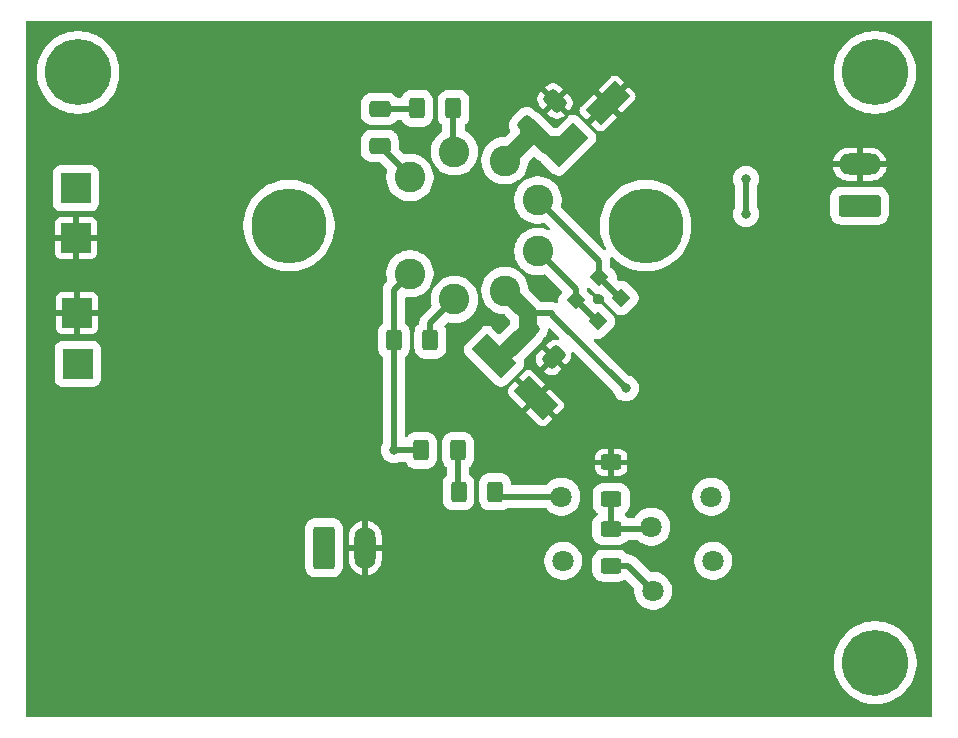
<source format=gbr>
%TF.GenerationSoftware,KiCad,Pcbnew,9.0.5*%
%TF.CreationDate,2025-11-24T16:56:37+01:00*%
%TF.ProjectId,Amplifier,416d706c-6966-4696-9572-2e6b69636164,rev?*%
%TF.SameCoordinates,Original*%
%TF.FileFunction,Copper,L2,Bot*%
%TF.FilePolarity,Positive*%
%FSLAX46Y46*%
G04 Gerber Fmt 4.6, Leading zero omitted, Abs format (unit mm)*
G04 Created by KiCad (PCBNEW 9.0.5) date 2025-11-24 16:56:37*
%MOMM*%
%LPD*%
G01*
G04 APERTURE LIST*
G04 Aperture macros list*
%AMRoundRect*
0 Rectangle with rounded corners*
0 $1 Rounding radius*
0 $2 $3 $4 $5 $6 $7 $8 $9 X,Y pos of 4 corners*
0 Add a 4 corners polygon primitive as box body*
4,1,4,$2,$3,$4,$5,$6,$7,$8,$9,$2,$3,0*
0 Add four circle primitives for the rounded corners*
1,1,$1+$1,$2,$3*
1,1,$1+$1,$4,$5*
1,1,$1+$1,$6,$7*
1,1,$1+$1,$8,$9*
0 Add four rect primitives between the rounded corners*
20,1,$1+$1,$2,$3,$4,$5,0*
20,1,$1+$1,$4,$5,$6,$7,0*
20,1,$1+$1,$6,$7,$8,$9,0*
20,1,$1+$1,$8,$9,$2,$3,0*%
%AMRotRect*
0 Rectangle, with rotation*
0 The origin of the aperture is its center*
0 $1 length*
0 $2 width*
0 $3 Rotation angle, in degrees counterclockwise*
0 Add horizontal line*
21,1,$1,$2,0,0,$3*%
G04 Aperture macros list end*
%TA.AperFunction,ComponentPad*%
%ADD10R,2.500000X2.500000*%
%TD*%
%TA.AperFunction,ComponentPad*%
%ADD11RoundRect,0.250000X-0.650000X-1.550000X0.650000X-1.550000X0.650000X1.550000X-0.650000X1.550000X0*%
%TD*%
%TA.AperFunction,ComponentPad*%
%ADD12O,1.800000X3.600000*%
%TD*%
%TA.AperFunction,ComponentPad*%
%ADD13C,5.600000*%
%TD*%
%TA.AperFunction,ComponentPad*%
%ADD14C,1.800000*%
%TD*%
%TA.AperFunction,ComponentPad*%
%ADD15RoundRect,0.250000X1.550000X-0.650000X1.550000X0.650000X-1.550000X0.650000X-1.550000X-0.650000X0*%
%TD*%
%TA.AperFunction,ComponentPad*%
%ADD16O,3.600000X1.800000*%
%TD*%
%TA.AperFunction,ComponentPad*%
%ADD17C,2.600000*%
%TD*%
%TA.AperFunction,ComponentPad*%
%ADD18C,6.350000*%
%TD*%
%TA.AperFunction,SMDPad,CuDef*%
%ADD19RoundRect,0.250000X-0.625000X0.400000X-0.625000X-0.400000X0.625000X-0.400000X0.625000X0.400000X0*%
%TD*%
%TA.AperFunction,SMDPad,CuDef*%
%ADD20RotRect,1.100000X1.100000X45.000000*%
%TD*%
%TA.AperFunction,SMDPad,CuDef*%
%ADD21RotRect,3.500000X1.800000X225.000000*%
%TD*%
%TA.AperFunction,SMDPad,CuDef*%
%ADD22RoundRect,0.250000X-0.400000X-0.625000X0.400000X-0.625000X0.400000X0.625000X-0.400000X0.625000X0*%
%TD*%
%TA.AperFunction,SMDPad,CuDef*%
%ADD23RoundRect,0.250000X0.625000X-0.400000X0.625000X0.400000X-0.625000X0.400000X-0.625000X-0.400000X0*%
%TD*%
%TA.AperFunction,SMDPad,CuDef*%
%ADD24RotRect,3.500000X1.800000X315.000000*%
%TD*%
%TA.AperFunction,SMDPad,CuDef*%
%ADD25RoundRect,0.250000X-0.751301X-0.167938X-0.167938X-0.751301X0.751301X0.167938X0.167938X0.751301X0*%
%TD*%
%TA.AperFunction,SMDPad,CuDef*%
%ADD26RotRect,1.100000X1.100000X225.000000*%
%TD*%
%TA.AperFunction,SMDPad,CuDef*%
%ADD27RoundRect,0.250000X0.167938X-0.751301X0.751301X-0.167938X-0.167938X0.751301X-0.751301X0.167938X0*%
%TD*%
%TA.AperFunction,SMDPad,CuDef*%
%ADD28RoundRect,0.250000X-0.650000X0.412500X-0.650000X-0.412500X0.650000X-0.412500X0.650000X0.412500X0*%
%TD*%
%TA.AperFunction,ViaPad*%
%ADD29C,0.800000*%
%TD*%
%TA.AperFunction,Conductor*%
%ADD30C,0.500000*%
%TD*%
%TA.AperFunction,Conductor*%
%ADD31C,1.500000*%
%TD*%
G04 APERTURE END LIST*
D10*
%TO.P,TP4,1*%
%TO.N,GND*%
X135530000Y-87310000D03*
%TD*%
D11*
%TO.P,J1,1,Pin_1*%
%TO.N,/HVOUT*%
X156430000Y-107180000D03*
D12*
%TO.P,J1,2,Pin_2*%
%TO.N,GND*%
X159930000Y-107180000D03*
%TD*%
D13*
%TO.P,H2,1,1*%
%TO.N,unconnected-(H2-Pad1)*%
X203080000Y-66940000D03*
%TD*%
D14*
%TO.P,RV1,1,1*%
%TO.N,Net-(D1-A)*%
X176540000Y-102850000D03*
%TO.P,RV1,2,2*%
%TO.N,Net-(R2-Pad1)*%
X184160000Y-105390000D03*
%TO.P,RV1,3,3*%
X189240000Y-102850000D03*
%TD*%
D15*
%TO.P,J3,1,Pin_1*%
%TO.N,/CTRL*%
X201792500Y-78212500D03*
D16*
%TO.P,J3,2,Pin_2*%
%TO.N,GND*%
X201792500Y-74712500D03*
%TD*%
D13*
%TO.P,H4,1,1*%
%TO.N,GND*%
X135620000Y-117010000D03*
%TD*%
D10*
%TO.P,TP1,1*%
%TO.N,+VHV*%
X135590000Y-91610000D03*
%TD*%
D13*
%TO.P,H1,1,1*%
%TO.N,unconnected-(H1-Pad1)*%
X203110000Y-116900000D03*
%TD*%
D10*
%TO.P,TP3,1*%
%TO.N,GND*%
X135450000Y-80960000D03*
%TD*%
D13*
%TO.P,H3,1,1*%
%TO.N,unconnected-(H3-Pad1)*%
X135620000Y-66940000D03*
%TD*%
D14*
%TO.P,RV2,1,1*%
%TO.N,Net-(R10-Pad1)*%
X176690000Y-108290000D03*
%TO.P,RV2,2,2*%
%TO.N,Net-(R3-Pad2)*%
X184310000Y-110830000D03*
%TO.P,RV2,3,3*%
%TO.N,Net-(R13-Pad2)*%
X189390000Y-108290000D03*
%TD*%
D10*
%TO.P,TP2,1*%
%TO.N,-VHV*%
X135430000Y-76740000D03*
%TD*%
D17*
%TO.P,U1,1,OUT*%
%TO.N,/HVOUT*%
X163720000Y-83990000D03*
%TO.P,U1,2,CL*%
%TO.N,Net-(U1-CL)*%
X167480000Y-86160000D03*
%TO.P,U1,3,+VS*%
%TO.N,+VHV*%
X171760000Y-85410000D03*
%TO.P,U1,4,+IN*%
%TO.N,/CTRL*%
X174550000Y-82080000D03*
%TO.P,U1,5,-IN*%
%TO.N,Net-(D1-A)*%
X174550000Y-77740000D03*
%TO.P,U1,6,-VS*%
%TO.N,-VHV*%
X171760000Y-74410000D03*
%TO.P,U1,7,RC*%
%TO.N,Net-(U1-RC)*%
X167480000Y-73660000D03*
%TO.P,U1,8,CC*%
%TO.N,Net-(U1-CC)*%
X163720000Y-75830000D03*
D18*
%TO.P,U1,C*%
%TO.N,N/C*%
X153480000Y-79910000D03*
X183680000Y-79910000D03*
%TD*%
D19*
%TO.P,R3,1*%
%TO.N,Net-(R2-Pad1)*%
X180730000Y-105590000D03*
%TO.P,R3,2*%
%TO.N,Net-(R3-Pad2)*%
X180730000Y-108690000D03*
%TD*%
D20*
%TO.P,D1,1,K*%
%TO.N,/CTRL*%
X177760603Y-86223016D03*
%TO.P,D1,2,A*%
%TO.N,Net-(D1-A)*%
X179740501Y-84243118D03*
%TD*%
D21*
%TO.P,D4,1,K*%
%TO.N,GND*%
X180448319Y-69555300D03*
%TO.P,D4,2,A*%
%TO.N,-VHV*%
X176912785Y-73090834D03*
%TD*%
D22*
%TO.P,R6,1*%
%TO.N,/HVOUT*%
X162350552Y-89593067D03*
%TO.P,R6,2*%
%TO.N,Net-(U1-CL)*%
X165450552Y-89593067D03*
%TD*%
%TO.P,R4,1*%
%TO.N,Net-(R4-Pad1)*%
X167830000Y-102440000D03*
%TO.P,R4,2*%
%TO.N,Net-(D1-A)*%
X170930000Y-102440000D03*
%TD*%
D23*
%TO.P,R2,1*%
%TO.N,Net-(R2-Pad1)*%
X180760000Y-103060000D03*
%TO.P,R2,2*%
%TO.N,GND*%
X180760000Y-99960000D03*
%TD*%
D22*
%TO.P,R5,1*%
%TO.N,/HVOUT*%
X164670000Y-98940000D03*
%TO.P,R5,2*%
%TO.N,Net-(R4-Pad1)*%
X167770000Y-98940000D03*
%TD*%
%TO.P,R1,1*%
%TO.N,Net-(C1-Pad1)*%
X164302000Y-69978000D03*
%TO.P,R1,2*%
%TO.N,Net-(U1-RC)*%
X167402000Y-69978000D03*
%TD*%
D24*
%TO.P,D3,1,K*%
%TO.N,+VHV*%
X170832785Y-90975300D03*
%TO.P,D3,2,A*%
%TO.N,GND*%
X174368319Y-94510834D03*
%TD*%
D25*
%TO.P,C3,1*%
%TO.N,+VHV*%
X173680552Y-88843067D03*
%TO.P,C3,2*%
%TO.N,GND*%
X175890260Y-91052775D03*
%TD*%
D26*
%TO.P,D2,1,K*%
%TO.N,Net-(D1-A)*%
X181620501Y-86033118D03*
%TO.P,D2,2,A*%
%TO.N,/CTRL*%
X179640603Y-88013016D03*
%TD*%
D27*
%TO.P,C4,1*%
%TO.N,-VHV*%
X173785698Y-71577921D03*
%TO.P,C4,2*%
%TO.N,GND*%
X175995406Y-69368213D03*
%TD*%
D28*
%TO.P,C1,1*%
%TO.N,Net-(C1-Pad1)*%
X161152000Y-70015500D03*
%TO.P,C1,2*%
%TO.N,Net-(U1-CC)*%
X161152000Y-73140500D03*
%TD*%
D29*
%TO.N,GND*%
X195330000Y-74450000D03*
X190150552Y-85663067D03*
X199030000Y-95550000D03*
X202450000Y-95202500D03*
X193480000Y-85965000D03*
%TO.N,/HVOUT*%
X162350552Y-98909448D03*
%TO.N,+VHV*%
X182000000Y-93690000D03*
%TO.N,Net-(D1-A)*%
X181530501Y-86033118D03*
%TO.N,-VLV*%
X192170000Y-78910000D03*
X192170000Y-75940000D03*
%TD*%
D30*
%TO.N,Net-(C1-Pad1)*%
X161152000Y-70015500D02*
X164264500Y-70015500D01*
%TO.N,Net-(U1-CC)*%
X163720000Y-75708500D02*
X161152000Y-73140500D01*
%TO.N,/CTRL*%
X177760603Y-85290603D02*
X174550000Y-82080000D01*
X179550603Y-88013016D02*
X177760603Y-86223016D01*
X177760603Y-86223016D02*
X177760603Y-85290603D01*
%TO.N,/HVOUT*%
X164670000Y-98940000D02*
X162381104Y-98940000D01*
X162350552Y-89593067D02*
X162350552Y-98909448D01*
X162381104Y-98940000D02*
X162350552Y-98909448D01*
X162350552Y-85359448D02*
X163720000Y-83990000D01*
X162350552Y-89593067D02*
X162350552Y-85359448D01*
%TO.N,Net-(R4-Pad1)*%
X167770000Y-102380000D02*
X167830000Y-102440000D01*
X167770000Y-98940000D02*
X167770000Y-102380000D01*
X167700000Y-102310000D02*
X167830000Y-102440000D01*
%TO.N,Net-(R2-Pad1)*%
X180730000Y-105590000D02*
X180730000Y-103090000D01*
X180730000Y-103090000D02*
X180760000Y-103060000D01*
X183960000Y-105590000D02*
X184160000Y-105390000D01*
X180730000Y-105590000D02*
X183960000Y-105590000D01*
%TO.N,Net-(U1-CL)*%
X165450552Y-89593067D02*
X165450552Y-88189448D01*
X165450552Y-88189448D02*
X167480000Y-86160000D01*
D31*
%TO.N,+VHV*%
X171548319Y-90975300D02*
X173680552Y-88843067D01*
X173680552Y-87330552D02*
X171760000Y-85410000D01*
X173680552Y-88843067D02*
X173680552Y-87330552D01*
D30*
X175748037Y-87330552D02*
X175748037Y-87438037D01*
X175748037Y-87330552D02*
X173680552Y-87330552D01*
D31*
X170832785Y-90975300D02*
X171548319Y-90975300D01*
D30*
X175748037Y-87438037D02*
X182000000Y-93690000D01*
D31*
%TO.N,-VHV*%
X176912785Y-73090834D02*
X175298611Y-73090834D01*
X175298611Y-73090834D02*
X173785698Y-71577921D01*
X173785698Y-71577921D02*
X173785698Y-72384302D01*
X173785698Y-72384302D02*
X171760000Y-74410000D01*
D30*
%TO.N,Net-(D1-A)*%
X179740501Y-82930502D02*
X174550000Y-77740000D01*
X181530501Y-86033118D02*
X179740501Y-84243118D01*
X170930000Y-102440000D02*
X171340000Y-102850000D01*
X179740501Y-84243118D02*
X179740501Y-82930502D01*
X171340000Y-102850000D02*
X176540000Y-102850000D01*
%TO.N,-VLV*%
X192170000Y-75940000D02*
X192170000Y-78910000D01*
%TO.N,Net-(R3-Pad2)*%
X182170000Y-108690000D02*
X184310000Y-110830000D01*
X180730000Y-108690000D02*
X182170000Y-108690000D01*
%TO.N,Net-(U1-RC)*%
X167402000Y-69978000D02*
X167402000Y-73582000D01*
%TD*%
%TA.AperFunction,Conductor*%
%TO.N,GND*%
G36*
X207872539Y-62570185D02*
G01*
X207918294Y-62622989D01*
X207929500Y-62674500D01*
X207929500Y-121425500D01*
X207909815Y-121492539D01*
X207857011Y-121538294D01*
X207805500Y-121549500D01*
X131314500Y-121549500D01*
X131247461Y-121529815D01*
X131201706Y-121477011D01*
X131190500Y-121425500D01*
X131190500Y-116728034D01*
X199609500Y-116728034D01*
X199609500Y-117071965D01*
X199643210Y-117414249D01*
X199710308Y-117751572D01*
X199810150Y-118080706D01*
X199941770Y-118398464D01*
X199941772Y-118398469D01*
X200103893Y-118701775D01*
X200103904Y-118701793D01*
X200294975Y-118987751D01*
X200294985Y-118987765D01*
X200513176Y-119253632D01*
X200756367Y-119496823D01*
X200756372Y-119496827D01*
X200756373Y-119496828D01*
X201022240Y-119715019D01*
X201308213Y-119906100D01*
X201308222Y-119906105D01*
X201308224Y-119906106D01*
X201611530Y-120068227D01*
X201611532Y-120068227D01*
X201611538Y-120068231D01*
X201929295Y-120199850D01*
X202258422Y-120299690D01*
X202595750Y-120366789D01*
X202938031Y-120400500D01*
X202938034Y-120400500D01*
X203281966Y-120400500D01*
X203281969Y-120400500D01*
X203624250Y-120366789D01*
X203961578Y-120299690D01*
X204290705Y-120199850D01*
X204608462Y-120068231D01*
X204911787Y-119906100D01*
X205197760Y-119715019D01*
X205463627Y-119496828D01*
X205706828Y-119253627D01*
X205925019Y-118987760D01*
X206116100Y-118701787D01*
X206278231Y-118398462D01*
X206409850Y-118080705D01*
X206509690Y-117751578D01*
X206576789Y-117414250D01*
X206610500Y-117071969D01*
X206610500Y-116728031D01*
X206576789Y-116385750D01*
X206509690Y-116048422D01*
X206409850Y-115719295D01*
X206278231Y-115401538D01*
X206116100Y-115098213D01*
X205925019Y-114812240D01*
X205706828Y-114546373D01*
X205706827Y-114546372D01*
X205706823Y-114546367D01*
X205463632Y-114303176D01*
X205197765Y-114084985D01*
X205197764Y-114084984D01*
X205197760Y-114084981D01*
X204911787Y-113893900D01*
X204911782Y-113893897D01*
X204911775Y-113893893D01*
X204608469Y-113731772D01*
X204608464Y-113731770D01*
X204290706Y-113600150D01*
X203961572Y-113500308D01*
X203624248Y-113433210D01*
X203624249Y-113433210D01*
X203366456Y-113407821D01*
X203281969Y-113399500D01*
X202938031Y-113399500D01*
X202859966Y-113407188D01*
X202595750Y-113433210D01*
X202258427Y-113500308D01*
X201929293Y-113600150D01*
X201611535Y-113731770D01*
X201611530Y-113731772D01*
X201308224Y-113893893D01*
X201308206Y-113893904D01*
X201022248Y-114084975D01*
X201022234Y-114084985D01*
X200756367Y-114303176D01*
X200513176Y-114546367D01*
X200294985Y-114812234D01*
X200294975Y-114812248D01*
X200103904Y-115098206D01*
X200103893Y-115098224D01*
X199941772Y-115401530D01*
X199941770Y-115401535D01*
X199810150Y-115719293D01*
X199710308Y-116048427D01*
X199643210Y-116385750D01*
X199609500Y-116728034D01*
X131190500Y-116728034D01*
X131190500Y-105574863D01*
X154829500Y-105574863D01*
X154829500Y-108785136D01*
X154839582Y-108898548D01*
X154839582Y-108898551D01*
X154839583Y-108898552D01*
X154848537Y-108929845D01*
X154892762Y-109084405D01*
X154925907Y-109147857D01*
X154982266Y-109255751D01*
X155029518Y-109313700D01*
X155104428Y-109405571D01*
X155172566Y-109461130D01*
X155254249Y-109527734D01*
X155425594Y-109617237D01*
X155611448Y-109670417D01*
X155724862Y-109680500D01*
X155724870Y-109680500D01*
X157135130Y-109680500D01*
X157135138Y-109680500D01*
X157248552Y-109670417D01*
X157434406Y-109617237D01*
X157605751Y-109527734D01*
X157755571Y-109405571D01*
X157877734Y-109255751D01*
X157967237Y-109084406D01*
X158020417Y-108898552D01*
X158030500Y-108785138D01*
X158030500Y-106169818D01*
X158530000Y-106169818D01*
X158530000Y-106930000D01*
X159381518Y-106930000D01*
X159370889Y-106948409D01*
X159330000Y-107101009D01*
X159330000Y-107258991D01*
X159370889Y-107411591D01*
X159381518Y-107430000D01*
X158530000Y-107430000D01*
X158530000Y-108190181D01*
X158564473Y-108407835D01*
X158632567Y-108617410D01*
X158732613Y-108813760D01*
X158862142Y-108992041D01*
X159017958Y-109147857D01*
X159196239Y-109277386D01*
X159392589Y-109377432D01*
X159602163Y-109445526D01*
X159679999Y-109457854D01*
X159680000Y-109457854D01*
X159680000Y-107728482D01*
X159698409Y-107739111D01*
X159851009Y-107780000D01*
X160008991Y-107780000D01*
X160161591Y-107739111D01*
X160180000Y-107728482D01*
X160180000Y-109457854D01*
X160257834Y-109445526D01*
X160257837Y-109445526D01*
X160467410Y-109377432D01*
X160663760Y-109277386D01*
X160842041Y-109147857D01*
X160997857Y-108992041D01*
X161127386Y-108813760D01*
X161227432Y-108617410D01*
X161295526Y-108407835D01*
X161330000Y-108190181D01*
X161330000Y-108164038D01*
X175089500Y-108164038D01*
X175089500Y-108415962D01*
X175128910Y-108664785D01*
X175206760Y-108904383D01*
X175321132Y-109128848D01*
X175469201Y-109332649D01*
X175469205Y-109332654D01*
X175647345Y-109510794D01*
X175647350Y-109510798D01*
X175793852Y-109617237D01*
X175851155Y-109658870D01*
X175994184Y-109731747D01*
X176075616Y-109773239D01*
X176075618Y-109773239D01*
X176075621Y-109773241D01*
X176315215Y-109851090D01*
X176564038Y-109890500D01*
X176564039Y-109890500D01*
X176815961Y-109890500D01*
X176815962Y-109890500D01*
X177064785Y-109851090D01*
X177304379Y-109773241D01*
X177528845Y-109658870D01*
X177732656Y-109510793D01*
X177910793Y-109332656D01*
X178058870Y-109128845D01*
X178173241Y-108904379D01*
X178251090Y-108664785D01*
X178290500Y-108415962D01*
X178290500Y-108234863D01*
X179154500Y-108234863D01*
X179154500Y-109145136D01*
X179164582Y-109258548D01*
X179217762Y-109444405D01*
X179252441Y-109510794D01*
X179307266Y-109615751D01*
X179308478Y-109617237D01*
X179429428Y-109765571D01*
X179500603Y-109823606D01*
X179579249Y-109887734D01*
X179750594Y-109977237D01*
X179936448Y-110030417D01*
X180049862Y-110040500D01*
X180049870Y-110040500D01*
X181410130Y-110040500D01*
X181410138Y-110040500D01*
X181523552Y-110030417D01*
X181709406Y-109977237D01*
X181880751Y-109887734D01*
X181880759Y-109887727D01*
X181882374Y-109886664D01*
X181883403Y-109886348D01*
X181886326Y-109884822D01*
X181886610Y-109885366D01*
X181949180Y-109866201D01*
X182016443Y-109885105D01*
X182038302Y-109902512D01*
X182682643Y-110546853D01*
X182716128Y-110608176D01*
X182717435Y-110653931D01*
X182709500Y-110704032D01*
X182709500Y-110955961D01*
X182748910Y-111204785D01*
X182826760Y-111444383D01*
X182941132Y-111668848D01*
X183089201Y-111872649D01*
X183089205Y-111872654D01*
X183267345Y-112050794D01*
X183267350Y-112050798D01*
X183445117Y-112179952D01*
X183471155Y-112198870D01*
X183614184Y-112271747D01*
X183695616Y-112313239D01*
X183695618Y-112313239D01*
X183695621Y-112313241D01*
X183935215Y-112391090D01*
X184184038Y-112430500D01*
X184184039Y-112430500D01*
X184435961Y-112430500D01*
X184435962Y-112430500D01*
X184684785Y-112391090D01*
X184924379Y-112313241D01*
X185148845Y-112198870D01*
X185352656Y-112050793D01*
X185530793Y-111872656D01*
X185678870Y-111668845D01*
X185793241Y-111444379D01*
X185871090Y-111204785D01*
X185910500Y-110955962D01*
X185910500Y-110704038D01*
X185871090Y-110455215D01*
X185793241Y-110215621D01*
X185793239Y-110215618D01*
X185793239Y-110215616D01*
X185751747Y-110134184D01*
X185678870Y-109991155D01*
X185605740Y-109890500D01*
X185530798Y-109787350D01*
X185530794Y-109787345D01*
X185352654Y-109609205D01*
X185352649Y-109609201D01*
X185148848Y-109461132D01*
X185148847Y-109461131D01*
X185148845Y-109461130D01*
X185078747Y-109425413D01*
X184924383Y-109346760D01*
X184684785Y-109268910D01*
X184435962Y-109229500D01*
X184184038Y-109229500D01*
X184184032Y-109229500D01*
X184133931Y-109237435D01*
X184064638Y-109228480D01*
X184026853Y-109202643D01*
X183071058Y-108246847D01*
X182988249Y-108164038D01*
X187789500Y-108164038D01*
X187789500Y-108415962D01*
X187828910Y-108664785D01*
X187906760Y-108904383D01*
X188021132Y-109128848D01*
X188169201Y-109332649D01*
X188169205Y-109332654D01*
X188347345Y-109510794D01*
X188347350Y-109510798D01*
X188493852Y-109617237D01*
X188551155Y-109658870D01*
X188694184Y-109731747D01*
X188775616Y-109773239D01*
X188775618Y-109773239D01*
X188775621Y-109773241D01*
X189015215Y-109851090D01*
X189264038Y-109890500D01*
X189264039Y-109890500D01*
X189515961Y-109890500D01*
X189515962Y-109890500D01*
X189764785Y-109851090D01*
X190004379Y-109773241D01*
X190228845Y-109658870D01*
X190432656Y-109510793D01*
X190610793Y-109332656D01*
X190758870Y-109128845D01*
X190873241Y-108904379D01*
X190951090Y-108664785D01*
X190990500Y-108415962D01*
X190990500Y-108164038D01*
X190951090Y-107915215D01*
X190873241Y-107675621D01*
X190873239Y-107675618D01*
X190873239Y-107675616D01*
X190808423Y-107548408D01*
X190758870Y-107451155D01*
X190677748Y-107339500D01*
X190610798Y-107247350D01*
X190610794Y-107247345D01*
X190432654Y-107069205D01*
X190432649Y-107069201D01*
X190228848Y-106921132D01*
X190228847Y-106921131D01*
X190228845Y-106921130D01*
X190142700Y-106877237D01*
X190004383Y-106806760D01*
X189764785Y-106728910D01*
X189515962Y-106689500D01*
X189264038Y-106689500D01*
X189139626Y-106709205D01*
X189015214Y-106728910D01*
X188775616Y-106806760D01*
X188551151Y-106921132D01*
X188347350Y-107069201D01*
X188347345Y-107069205D01*
X188169205Y-107247345D01*
X188169201Y-107247350D01*
X188021132Y-107451151D01*
X187906760Y-107675616D01*
X187828910Y-107915214D01*
X187823131Y-107951700D01*
X187789500Y-108164038D01*
X182988249Y-108164038D01*
X182775911Y-107951700D01*
X182775907Y-107951697D01*
X182620236Y-107847680D01*
X182620227Y-107847675D01*
X182518903Y-107805706D01*
X182518901Y-107805705D01*
X182447251Y-107776027D01*
X182447247Y-107776026D01*
X182447243Y-107776024D01*
X182360731Y-107758816D01*
X182360721Y-107758814D01*
X182355433Y-107757763D01*
X182263617Y-107739500D01*
X182263616Y-107739500D01*
X182184664Y-107739500D01*
X182177919Y-107738760D01*
X182151678Y-107727824D01*
X182124403Y-107719815D01*
X182117351Y-107713518D01*
X182113426Y-107711882D01*
X182110050Y-107706998D01*
X182095340Y-107693861D01*
X182030571Y-107614428D01*
X181938700Y-107539518D01*
X181880751Y-107492266D01*
X181802048Y-107451155D01*
X181709405Y-107402762D01*
X181554845Y-107358537D01*
X181523552Y-107349583D01*
X181523551Y-107349582D01*
X181523548Y-107349582D01*
X181434662Y-107341680D01*
X181410138Y-107339500D01*
X180049862Y-107339500D01*
X180037599Y-107340590D01*
X179936451Y-107349582D01*
X179750594Y-107402762D01*
X179579250Y-107492265D01*
X179429428Y-107614428D01*
X179307265Y-107764250D01*
X179217762Y-107935594D01*
X179164582Y-108121451D01*
X179154500Y-108234863D01*
X178290500Y-108234863D01*
X178290500Y-108164038D01*
X178251090Y-107915215D01*
X178173241Y-107675621D01*
X178173239Y-107675618D01*
X178173239Y-107675616D01*
X178108423Y-107548408D01*
X178058870Y-107451155D01*
X177977748Y-107339500D01*
X177910798Y-107247350D01*
X177910794Y-107247345D01*
X177732654Y-107069205D01*
X177732649Y-107069201D01*
X177528848Y-106921132D01*
X177528847Y-106921131D01*
X177528845Y-106921130D01*
X177442700Y-106877237D01*
X177304383Y-106806760D01*
X177064785Y-106728910D01*
X176815962Y-106689500D01*
X176564038Y-106689500D01*
X176439626Y-106709205D01*
X176315214Y-106728910D01*
X176075616Y-106806760D01*
X175851151Y-106921132D01*
X175647350Y-107069201D01*
X175647345Y-107069205D01*
X175469205Y-107247345D01*
X175469201Y-107247350D01*
X175321132Y-107451151D01*
X175206760Y-107675616D01*
X175128910Y-107915214D01*
X175123131Y-107951700D01*
X175089500Y-108164038D01*
X161330000Y-108164038D01*
X161330000Y-107430000D01*
X160478482Y-107430000D01*
X160489111Y-107411591D01*
X160530000Y-107258991D01*
X160530000Y-107101009D01*
X160489111Y-106948409D01*
X160478482Y-106930000D01*
X161330000Y-106930000D01*
X161330000Y-106169818D01*
X161295526Y-105952164D01*
X161227432Y-105742589D01*
X161127386Y-105546239D01*
X160997857Y-105367958D01*
X160842041Y-105212142D01*
X160735676Y-105134863D01*
X179154500Y-105134863D01*
X179154500Y-106045136D01*
X179164582Y-106158548D01*
X179217762Y-106344405D01*
X179217763Y-106344406D01*
X179307266Y-106515751D01*
X179354518Y-106573700D01*
X179429428Y-106665571D01*
X179504339Y-106726652D01*
X179579249Y-106787734D01*
X179750594Y-106877237D01*
X179936448Y-106930417D01*
X180049862Y-106940500D01*
X180049870Y-106940500D01*
X181410130Y-106940500D01*
X181410138Y-106940500D01*
X181523552Y-106930417D01*
X181709406Y-106877237D01*
X181880751Y-106787734D01*
X182030571Y-106665571D01*
X182095340Y-106586139D01*
X182152961Y-106546622D01*
X182191442Y-106540500D01*
X182995689Y-106540500D01*
X183062728Y-106560185D01*
X183083370Y-106576819D01*
X183117345Y-106610794D01*
X183117350Y-106610798D01*
X183225675Y-106689500D01*
X183321155Y-106758870D01*
X183415143Y-106806759D01*
X183545616Y-106873239D01*
X183545618Y-106873239D01*
X183545621Y-106873241D01*
X183785215Y-106951090D01*
X184034038Y-106990500D01*
X184034039Y-106990500D01*
X184285961Y-106990500D01*
X184285962Y-106990500D01*
X184534785Y-106951090D01*
X184774379Y-106873241D01*
X184998845Y-106758870D01*
X185202656Y-106610793D01*
X185380793Y-106432656D01*
X185528870Y-106228845D01*
X185643241Y-106004379D01*
X185721090Y-105764785D01*
X185760500Y-105515962D01*
X185760500Y-105264038D01*
X185721090Y-105015215D01*
X185643241Y-104775621D01*
X185643239Y-104775618D01*
X185643239Y-104775616D01*
X185601747Y-104694184D01*
X185528870Y-104551155D01*
X185427107Y-104411090D01*
X185380798Y-104347350D01*
X185380794Y-104347345D01*
X185202654Y-104169205D01*
X185202649Y-104169201D01*
X184998848Y-104021132D01*
X184998847Y-104021131D01*
X184998845Y-104021130D01*
X184928747Y-103985413D01*
X184774383Y-103906760D01*
X184534785Y-103828910D01*
X184443211Y-103814406D01*
X184285962Y-103789500D01*
X184034038Y-103789500D01*
X183959606Y-103801289D01*
X183785214Y-103828910D01*
X183545616Y-103906760D01*
X183321151Y-104021132D01*
X183117350Y-104169201D01*
X183117345Y-104169205D01*
X182939205Y-104347345D01*
X182939201Y-104347350D01*
X182791132Y-104551150D01*
X182786025Y-104561173D01*
X182780613Y-104571794D01*
X182732641Y-104622590D01*
X182670129Y-104639500D01*
X182191442Y-104639500D01*
X182124403Y-104619815D01*
X182095340Y-104593861D01*
X182030568Y-104514425D01*
X181931115Y-104433331D01*
X181891598Y-104375710D01*
X181889507Y-104305872D01*
X181925505Y-104245990D01*
X181931091Y-104241148D01*
X182060571Y-104135571D01*
X182182734Y-103985751D01*
X182272237Y-103814406D01*
X182325417Y-103628552D01*
X182335500Y-103515138D01*
X182335500Y-102724038D01*
X187639500Y-102724038D01*
X187639500Y-102975961D01*
X187678910Y-103224785D01*
X187756760Y-103464383D01*
X187871132Y-103688848D01*
X188019201Y-103892649D01*
X188019205Y-103892654D01*
X188197345Y-104070794D01*
X188197350Y-104070798D01*
X188375117Y-104199952D01*
X188401155Y-104218870D01*
X188509921Y-104274289D01*
X188625616Y-104333239D01*
X188625618Y-104333239D01*
X188625621Y-104333241D01*
X188865215Y-104411090D01*
X189114038Y-104450500D01*
X189114039Y-104450500D01*
X189365961Y-104450500D01*
X189365962Y-104450500D01*
X189614785Y-104411090D01*
X189854379Y-104333241D01*
X190078845Y-104218870D01*
X190282656Y-104070793D01*
X190460793Y-103892656D01*
X190608870Y-103688845D01*
X190723241Y-103464379D01*
X190801090Y-103224785D01*
X190840500Y-102975962D01*
X190840500Y-102724038D01*
X190801090Y-102475215D01*
X190723241Y-102235621D01*
X190723239Y-102235618D01*
X190723239Y-102235616D01*
X190671589Y-102134249D01*
X190608870Y-102011155D01*
X190521609Y-101891050D01*
X190460798Y-101807350D01*
X190460794Y-101807345D01*
X190282654Y-101629205D01*
X190282649Y-101629201D01*
X190078848Y-101481132D01*
X190078847Y-101481131D01*
X190078845Y-101481130D01*
X190008747Y-101445413D01*
X189854383Y-101366760D01*
X189614785Y-101288910D01*
X189365962Y-101249500D01*
X189114038Y-101249500D01*
X188989626Y-101269205D01*
X188865214Y-101288910D01*
X188625616Y-101366760D01*
X188401151Y-101481132D01*
X188197350Y-101629201D01*
X188197345Y-101629205D01*
X188019205Y-101807345D01*
X188019201Y-101807350D01*
X187871132Y-102011151D01*
X187756760Y-102235616D01*
X187678910Y-102475214D01*
X187639500Y-102724038D01*
X182335500Y-102724038D01*
X182335500Y-102604862D01*
X182325417Y-102491448D01*
X182272237Y-102305594D01*
X182182734Y-102134249D01*
X182121652Y-102059339D01*
X182060571Y-101984428D01*
X181968700Y-101909518D01*
X181910751Y-101862266D01*
X181805610Y-101807345D01*
X181739405Y-101772762D01*
X181584845Y-101728537D01*
X181553552Y-101719583D01*
X181553551Y-101719582D01*
X181553548Y-101719582D01*
X181464662Y-101711680D01*
X181440138Y-101709500D01*
X180079862Y-101709500D01*
X180067599Y-101710590D01*
X179966451Y-101719582D01*
X179780594Y-101772762D01*
X179609250Y-101862265D01*
X179459428Y-101984428D01*
X179337265Y-102134250D01*
X179247762Y-102305594D01*
X179194582Y-102491451D01*
X179184500Y-102604863D01*
X179184500Y-103515136D01*
X179194582Y-103628548D01*
X179247762Y-103814405D01*
X179319760Y-103952237D01*
X179337266Y-103985751D01*
X179366114Y-104021130D01*
X179459428Y-104135571D01*
X179558884Y-104216667D01*
X179598401Y-104274289D01*
X179600492Y-104344127D01*
X179564494Y-104404009D01*
X179558884Y-104408871D01*
X179429428Y-104514428D01*
X179307265Y-104664250D01*
X179217762Y-104835594D01*
X179164582Y-105021451D01*
X179154500Y-105134863D01*
X160735676Y-105134863D01*
X160663760Y-105082613D01*
X160467410Y-104982567D01*
X160257836Y-104914473D01*
X160180000Y-104902144D01*
X160180000Y-106631517D01*
X160161591Y-106620889D01*
X160008991Y-106580000D01*
X159851009Y-106580000D01*
X159698409Y-106620889D01*
X159680000Y-106631517D01*
X159680000Y-104902144D01*
X159602164Y-104914473D01*
X159602161Y-104914473D01*
X159392589Y-104982567D01*
X159196239Y-105082613D01*
X159017958Y-105212142D01*
X158862142Y-105367958D01*
X158732613Y-105546239D01*
X158632567Y-105742589D01*
X158564473Y-105952164D01*
X158530000Y-106169818D01*
X158030500Y-106169818D01*
X158030500Y-105574862D01*
X158020417Y-105461448D01*
X157967237Y-105275594D01*
X157877734Y-105104249D01*
X157778515Y-104982567D01*
X157755571Y-104954428D01*
X157609832Y-104835594D01*
X157605751Y-104832266D01*
X157497300Y-104775616D01*
X157434405Y-104742762D01*
X157279845Y-104698537D01*
X157248552Y-104689583D01*
X157248551Y-104689582D01*
X157248548Y-104689582D01*
X157159662Y-104681680D01*
X157135138Y-104679500D01*
X155724862Y-104679500D01*
X155712599Y-104680590D01*
X155611451Y-104689582D01*
X155425594Y-104742762D01*
X155254250Y-104832265D01*
X155104428Y-104954428D01*
X154982265Y-105104250D01*
X154892762Y-105275594D01*
X154839582Y-105461451D01*
X154829500Y-105574863D01*
X131190500Y-105574863D01*
X131190500Y-90303386D01*
X133639500Y-90303386D01*
X133639500Y-92916613D01*
X133645913Y-92987192D01*
X133696522Y-93149606D01*
X133784530Y-93295188D01*
X133904811Y-93415469D01*
X133904813Y-93415470D01*
X133904815Y-93415472D01*
X134050394Y-93503478D01*
X134212804Y-93554086D01*
X134283384Y-93560500D01*
X134283387Y-93560500D01*
X136896613Y-93560500D01*
X136896616Y-93560500D01*
X136967196Y-93554086D01*
X137129606Y-93503478D01*
X137275185Y-93415472D01*
X137395472Y-93295185D01*
X137483478Y-93149606D01*
X137534086Y-92987196D01*
X137540500Y-92916616D01*
X137540500Y-90303384D01*
X137534086Y-90232804D01*
X137483478Y-90070394D01*
X137395472Y-89924815D01*
X137395470Y-89924813D01*
X137395469Y-89924811D01*
X137275188Y-89804530D01*
X137129606Y-89716522D01*
X136967196Y-89665914D01*
X136967194Y-89665913D01*
X136967192Y-89665913D01*
X136917778Y-89661423D01*
X136896616Y-89659500D01*
X134283384Y-89659500D01*
X134264145Y-89661248D01*
X134212807Y-89665913D01*
X134050393Y-89716522D01*
X133904811Y-89804530D01*
X133784530Y-89924811D01*
X133696522Y-90070393D01*
X133645913Y-90232807D01*
X133639500Y-90303386D01*
X131190500Y-90303386D01*
X131190500Y-86012155D01*
X133780000Y-86012155D01*
X133780000Y-87060000D01*
X134981518Y-87060000D01*
X134970889Y-87078409D01*
X134930000Y-87231009D01*
X134930000Y-87388991D01*
X134970889Y-87541591D01*
X134981518Y-87560000D01*
X133780000Y-87560000D01*
X133780000Y-88607844D01*
X133786401Y-88667372D01*
X133786403Y-88667379D01*
X133836645Y-88802086D01*
X133836649Y-88802093D01*
X133922809Y-88917187D01*
X133922812Y-88917190D01*
X134037906Y-89003350D01*
X134037913Y-89003354D01*
X134172620Y-89053596D01*
X134172627Y-89053598D01*
X134232155Y-89059999D01*
X134232172Y-89060000D01*
X135280000Y-89060000D01*
X135280000Y-87858482D01*
X135298409Y-87869111D01*
X135451009Y-87910000D01*
X135608991Y-87910000D01*
X135761591Y-87869111D01*
X135780000Y-87858482D01*
X135780000Y-89060000D01*
X136827828Y-89060000D01*
X136827844Y-89059999D01*
X136887372Y-89053598D01*
X136887379Y-89053596D01*
X137022086Y-89003354D01*
X137022093Y-89003350D01*
X137137187Y-88917190D01*
X137137190Y-88917187D01*
X137140377Y-88912930D01*
X161000052Y-88912930D01*
X161000052Y-90273203D01*
X161010134Y-90386615D01*
X161063314Y-90572472D01*
X161112213Y-90666083D01*
X161152818Y-90743818D01*
X161217867Y-90823594D01*
X161274978Y-90893635D01*
X161274979Y-90893636D01*
X161274981Y-90893638D01*
X161354413Y-90958406D01*
X161393930Y-91016027D01*
X161400052Y-91054508D01*
X161400052Y-98321079D01*
X161386537Y-98377373D01*
X161330682Y-98486995D01*
X161330678Y-98487005D01*
X161277149Y-98651750D01*
X161252085Y-98810000D01*
X161250052Y-98822837D01*
X161250052Y-98996059D01*
X161277150Y-99167149D01*
X161330679Y-99331893D01*
X161409320Y-99486236D01*
X161511138Y-99626376D01*
X161633624Y-99748862D01*
X161773764Y-99850680D01*
X161928107Y-99929321D01*
X162092851Y-99982850D01*
X162263941Y-100009948D01*
X162263942Y-100009948D01*
X162437162Y-100009948D01*
X162437163Y-100009948D01*
X162608253Y-99982850D01*
X162772997Y-99929321D01*
X162822663Y-99904014D01*
X162878958Y-99890500D01*
X163292538Y-99890500D01*
X163359577Y-99910185D01*
X163402446Y-99957088D01*
X163472266Y-100090751D01*
X163519518Y-100148700D01*
X163594428Y-100240571D01*
X163669339Y-100301652D01*
X163744249Y-100362734D01*
X163915594Y-100452237D01*
X164101448Y-100505417D01*
X164214862Y-100515500D01*
X164214870Y-100515500D01*
X165125130Y-100515500D01*
X165125138Y-100515500D01*
X165238552Y-100505417D01*
X165424406Y-100452237D01*
X165595751Y-100362734D01*
X165745571Y-100240571D01*
X165867734Y-100090751D01*
X165957237Y-99919406D01*
X166010417Y-99733552D01*
X166020500Y-99620138D01*
X166020500Y-98259863D01*
X166419500Y-98259863D01*
X166419500Y-99620136D01*
X166429582Y-99733548D01*
X166482762Y-99919405D01*
X166482763Y-99919406D01*
X166572266Y-100090751D01*
X166637315Y-100170527D01*
X166694426Y-100240568D01*
X166694427Y-100240569D01*
X166694429Y-100240571D01*
X166773861Y-100305339D01*
X166813378Y-100362960D01*
X166819500Y-100401441D01*
X166819500Y-101027481D01*
X166799815Y-101094520D01*
X166773863Y-101123581D01*
X166754430Y-101139427D01*
X166632265Y-101289250D01*
X166542762Y-101460594D01*
X166489582Y-101646451D01*
X166479500Y-101759863D01*
X166479500Y-103120136D01*
X166489582Y-103233548D01*
X166542762Y-103419405D01*
X166542763Y-103419406D01*
X166632266Y-103590751D01*
X166663086Y-103628548D01*
X166754428Y-103740571D01*
X166814435Y-103789500D01*
X166904249Y-103862734D01*
X167075594Y-103952237D01*
X167261448Y-104005417D01*
X167374862Y-104015500D01*
X167374870Y-104015500D01*
X168285130Y-104015500D01*
X168285138Y-104015500D01*
X168398552Y-104005417D01*
X168584406Y-103952237D01*
X168755751Y-103862734D01*
X168905571Y-103740571D01*
X169027734Y-103590751D01*
X169117237Y-103419406D01*
X169170417Y-103233552D01*
X169180500Y-103120138D01*
X169180500Y-101759863D01*
X169579500Y-101759863D01*
X169579500Y-103120136D01*
X169589582Y-103233548D01*
X169642762Y-103419405D01*
X169642763Y-103419406D01*
X169732266Y-103590751D01*
X169763086Y-103628548D01*
X169854428Y-103740571D01*
X169914435Y-103789500D01*
X170004249Y-103862734D01*
X170175594Y-103952237D01*
X170361448Y-104005417D01*
X170474862Y-104015500D01*
X170474870Y-104015500D01*
X171385130Y-104015500D01*
X171385138Y-104015500D01*
X171498552Y-104005417D01*
X171684406Y-103952237D01*
X171855751Y-103862734D01*
X171897859Y-103828398D01*
X171962254Y-103801289D01*
X171976221Y-103800500D01*
X175189071Y-103800500D01*
X175256110Y-103820185D01*
X175289390Y-103851616D01*
X175319203Y-103892652D01*
X175497345Y-104070794D01*
X175497350Y-104070798D01*
X175675117Y-104199952D01*
X175701155Y-104218870D01*
X175809921Y-104274289D01*
X175925616Y-104333239D01*
X175925618Y-104333239D01*
X175925621Y-104333241D01*
X176165215Y-104411090D01*
X176414038Y-104450500D01*
X176414039Y-104450500D01*
X176665961Y-104450500D01*
X176665962Y-104450500D01*
X176914785Y-104411090D01*
X177154379Y-104333241D01*
X177378845Y-104218870D01*
X177582656Y-104070793D01*
X177760793Y-103892656D01*
X177908870Y-103688845D01*
X178023241Y-103464379D01*
X178101090Y-103224785D01*
X178140500Y-102975962D01*
X178140500Y-102724038D01*
X178101090Y-102475215D01*
X178023241Y-102235621D01*
X178023239Y-102235618D01*
X178023239Y-102235616D01*
X177971589Y-102134249D01*
X177908870Y-102011155D01*
X177821609Y-101891050D01*
X177760798Y-101807350D01*
X177760794Y-101807345D01*
X177582654Y-101629205D01*
X177582649Y-101629201D01*
X177378848Y-101481132D01*
X177378847Y-101481131D01*
X177378845Y-101481130D01*
X177308747Y-101445413D01*
X177154383Y-101366760D01*
X176914785Y-101288910D01*
X176665962Y-101249500D01*
X176414038Y-101249500D01*
X176289626Y-101269205D01*
X176165214Y-101288910D01*
X175925616Y-101366760D01*
X175701151Y-101481132D01*
X175497350Y-101629201D01*
X175497345Y-101629205D01*
X175319203Y-101807347D01*
X175289390Y-101848384D01*
X175234061Y-101891050D01*
X175189071Y-101899500D01*
X172404500Y-101899500D01*
X172337461Y-101879815D01*
X172291706Y-101827011D01*
X172280500Y-101775500D01*
X172280500Y-101759869D01*
X172280500Y-101759862D01*
X172270417Y-101646448D01*
X172217237Y-101460594D01*
X172127734Y-101289249D01*
X172066652Y-101214339D01*
X172005571Y-101139428D01*
X171888974Y-101044356D01*
X171855751Y-101017266D01*
X171820499Y-100998852D01*
X171684405Y-100927762D01*
X171529845Y-100883537D01*
X171498552Y-100874583D01*
X171498551Y-100874582D01*
X171498548Y-100874582D01*
X171409662Y-100866680D01*
X171385138Y-100864500D01*
X170474862Y-100864500D01*
X170462599Y-100865590D01*
X170361451Y-100874582D01*
X170175594Y-100927762D01*
X170004250Y-101017265D01*
X169854428Y-101139428D01*
X169732265Y-101289250D01*
X169642762Y-101460594D01*
X169589582Y-101646451D01*
X169579500Y-101759863D01*
X169180500Y-101759863D01*
X169180500Y-101759862D01*
X169170417Y-101646448D01*
X169117237Y-101460594D01*
X169027734Y-101289249D01*
X168905571Y-101139429D01*
X168905569Y-101139427D01*
X168766138Y-101025734D01*
X168726622Y-100968113D01*
X168720500Y-100929633D01*
X168720500Y-100409986D01*
X179385001Y-100409986D01*
X179395494Y-100512697D01*
X179450641Y-100679119D01*
X179450643Y-100679124D01*
X179542684Y-100828345D01*
X179666654Y-100952315D01*
X179815875Y-101044356D01*
X179815880Y-101044358D01*
X179982302Y-101099505D01*
X179982309Y-101099506D01*
X180085019Y-101109999D01*
X180509999Y-101109999D01*
X181010000Y-101109999D01*
X181434972Y-101109999D01*
X181434986Y-101109998D01*
X181537697Y-101099505D01*
X181704119Y-101044358D01*
X181704124Y-101044356D01*
X181853345Y-100952315D01*
X181977315Y-100828345D01*
X182069356Y-100679124D01*
X182069358Y-100679119D01*
X182124505Y-100512697D01*
X182124506Y-100512690D01*
X182134999Y-100409986D01*
X182135000Y-100409973D01*
X182135000Y-100210000D01*
X181010000Y-100210000D01*
X181010000Y-101109999D01*
X180509999Y-101109999D01*
X180510000Y-101109998D01*
X180510000Y-100210000D01*
X179385001Y-100210000D01*
X179385001Y-100409986D01*
X168720500Y-100409986D01*
X168720500Y-100401441D01*
X168740185Y-100334402D01*
X168766139Y-100305339D01*
X168845571Y-100240571D01*
X168967734Y-100090751D01*
X169057237Y-99919406D01*
X169110417Y-99733552D01*
X169120500Y-99620138D01*
X169120500Y-99510013D01*
X179385000Y-99510013D01*
X179385000Y-99710000D01*
X180510000Y-99710000D01*
X181010000Y-99710000D01*
X182134999Y-99710000D01*
X182134999Y-99510028D01*
X182134998Y-99510013D01*
X182124505Y-99407302D01*
X182069358Y-99240880D01*
X182069356Y-99240875D01*
X181977315Y-99091654D01*
X181853345Y-98967684D01*
X181704124Y-98875643D01*
X181704119Y-98875641D01*
X181537697Y-98820494D01*
X181537690Y-98820493D01*
X181434986Y-98810000D01*
X181010000Y-98810000D01*
X181010000Y-99710000D01*
X180510000Y-99710000D01*
X180510000Y-98810000D01*
X180085028Y-98810000D01*
X180085012Y-98810001D01*
X179982302Y-98820494D01*
X179815880Y-98875641D01*
X179815875Y-98875643D01*
X179666654Y-98967684D01*
X179542684Y-99091654D01*
X179450643Y-99240875D01*
X179450641Y-99240880D01*
X179395494Y-99407302D01*
X179395493Y-99407309D01*
X179385000Y-99510013D01*
X169120500Y-99510013D01*
X169120500Y-98259862D01*
X169110417Y-98146448D01*
X169057237Y-97960594D01*
X168967734Y-97789249D01*
X168906652Y-97714339D01*
X168845571Y-97639428D01*
X168753700Y-97564518D01*
X168695751Y-97517266D01*
X168681082Y-97509604D01*
X168524405Y-97427762D01*
X168369845Y-97383537D01*
X168338552Y-97374583D01*
X168338551Y-97374582D01*
X168338548Y-97374582D01*
X168249662Y-97366680D01*
X168225138Y-97364500D01*
X167314862Y-97364500D01*
X167302599Y-97365590D01*
X167201451Y-97374582D01*
X167015594Y-97427762D01*
X166844250Y-97517265D01*
X166694428Y-97639428D01*
X166572265Y-97789250D01*
X166482762Y-97960594D01*
X166429582Y-98146451D01*
X166419500Y-98259863D01*
X166020500Y-98259863D01*
X166020500Y-98259862D01*
X166010417Y-98146448D01*
X165957237Y-97960594D01*
X165867734Y-97789249D01*
X165806652Y-97714339D01*
X165745571Y-97639428D01*
X165653700Y-97564518D01*
X165595751Y-97517266D01*
X165581082Y-97509604D01*
X165424405Y-97427762D01*
X165269845Y-97383537D01*
X165238552Y-97374583D01*
X165238551Y-97374582D01*
X165238548Y-97374582D01*
X165149662Y-97366680D01*
X165125138Y-97364500D01*
X164214862Y-97364500D01*
X164202599Y-97365590D01*
X164101451Y-97374582D01*
X163915594Y-97427762D01*
X163744250Y-97517265D01*
X163594428Y-97639428D01*
X163521154Y-97729293D01*
X163463533Y-97768810D01*
X163393694Y-97770902D01*
X163333812Y-97734904D01*
X163302897Y-97672245D01*
X163301052Y-97650932D01*
X163301052Y-95677559D01*
X173555146Y-95677559D01*
X173555146Y-95677560D01*
X174649627Y-96772041D01*
X174696262Y-96809621D01*
X174827043Y-96869347D01*
X174969360Y-96889808D01*
X175111676Y-96869347D01*
X175242457Y-96809621D01*
X175289092Y-96772041D01*
X175782532Y-96278601D01*
X174368318Y-94864387D01*
X174368317Y-94864387D01*
X173555146Y-95677559D01*
X163301052Y-95677559D01*
X163301052Y-93909792D01*
X171989345Y-93909792D01*
X171989345Y-93909793D01*
X172009805Y-94052109D01*
X172069531Y-94182890D01*
X172107111Y-94229525D01*
X173201592Y-95324006D01*
X174014765Y-94510834D01*
X174014763Y-94510832D01*
X174721872Y-94510832D01*
X174721872Y-94510833D01*
X176136085Y-95925047D01*
X176136086Y-95925047D01*
X176629526Y-95431607D01*
X176667106Y-95384972D01*
X176726832Y-95254191D01*
X176747293Y-95111875D01*
X176747293Y-95111874D01*
X176726832Y-94969558D01*
X176667106Y-94838777D01*
X176629526Y-94792142D01*
X175535045Y-93697661D01*
X174721872Y-94510832D01*
X174014763Y-94510832D01*
X172600551Y-93096620D01*
X172600550Y-93096620D01*
X172107115Y-93590055D01*
X172069531Y-93636695D01*
X172009805Y-93767476D01*
X171989345Y-93909792D01*
X163301052Y-93909792D01*
X163301052Y-91054508D01*
X163320737Y-90987469D01*
X163346691Y-90958406D01*
X163426123Y-90893638D01*
X163548286Y-90743818D01*
X163637789Y-90572473D01*
X163690969Y-90386619D01*
X163701052Y-90273205D01*
X163701052Y-88912930D01*
X164100052Y-88912930D01*
X164100052Y-90273203D01*
X164110134Y-90386615D01*
X164163314Y-90572472D01*
X164212213Y-90666083D01*
X164252818Y-90743818D01*
X164296321Y-90797170D01*
X164374980Y-90893638D01*
X164449891Y-90954719D01*
X164524801Y-91015801D01*
X164696146Y-91105304D01*
X164882000Y-91158484D01*
X164995414Y-91168567D01*
X164995422Y-91168567D01*
X165905682Y-91168567D01*
X165905690Y-91168567D01*
X166019104Y-91158484D01*
X166204958Y-91105304D01*
X166376303Y-91015801D01*
X166526123Y-90893638D01*
X166648286Y-90743818D01*
X166737789Y-90572473D01*
X166790969Y-90386619D01*
X166799630Y-90289203D01*
X168258452Y-90289203D01*
X168258452Y-90459314D01*
X168299161Y-90624484D01*
X168361794Y-90743818D01*
X168378218Y-90775111D01*
X168423590Y-90829554D01*
X170978531Y-93384495D01*
X171032974Y-93429867D01*
X171183600Y-93508923D01*
X171348770Y-93549633D01*
X171518882Y-93549633D01*
X171684051Y-93508923D01*
X171834678Y-93429867D01*
X171889121Y-93384495D01*
X172530551Y-92743065D01*
X172954105Y-92743065D01*
X172954105Y-92743066D01*
X174368319Y-94157280D01*
X174368320Y-94157280D01*
X175181491Y-93344107D01*
X174087010Y-92249626D01*
X174049624Y-92219499D01*
X175077087Y-92219499D01*
X175227335Y-92369746D01*
X175227346Y-92369756D01*
X175307377Y-92434952D01*
X175307383Y-92434956D01*
X175464063Y-92513644D01*
X175634652Y-92554075D01*
X175634663Y-92554077D01*
X175809981Y-92554077D01*
X175809991Y-92554075D01*
X175980583Y-92513643D01*
X176137259Y-92434957D01*
X176217308Y-92369750D01*
X176217324Y-92369735D01*
X176535495Y-92051563D01*
X176535495Y-92051562D01*
X175890260Y-91406328D01*
X175077087Y-92219499D01*
X174049624Y-92219499D01*
X174040375Y-92212046D01*
X173909594Y-92152320D01*
X173767278Y-92131860D01*
X173624961Y-92152320D01*
X173494180Y-92212046D01*
X173447540Y-92249630D01*
X172954105Y-92743065D01*
X172530551Y-92743065D01*
X173241980Y-92031636D01*
X173287352Y-91977193D01*
X173366408Y-91826566D01*
X173407118Y-91661397D01*
X173407118Y-91491285D01*
X173366408Y-91326115D01*
X173366407Y-91326114D01*
X173366407Y-91326112D01*
X173363749Y-91319103D01*
X173366021Y-91318241D01*
X173363337Y-91304839D01*
X173354449Y-91281009D01*
X173356591Y-91271158D01*
X173354612Y-91261274D01*
X173363894Y-91237591D01*
X173369301Y-91212736D01*
X173378398Y-91200582D01*
X173380108Y-91196222D01*
X173390444Y-91184490D01*
X173441880Y-91133054D01*
X174388958Y-91133054D01*
X174388958Y-91308371D01*
X174388959Y-91308382D01*
X174429390Y-91478971D01*
X174508080Y-91635655D01*
X174573278Y-91715690D01*
X174573294Y-91715708D01*
X174723534Y-91865947D01*
X174723535Y-91865947D01*
X175536706Y-91052774D01*
X175536706Y-91052773D01*
X174891472Y-90407540D01*
X174891471Y-90407540D01*
X174573292Y-90725720D01*
X174573286Y-90725727D01*
X174508077Y-90805776D01*
X174429390Y-90962454D01*
X174388959Y-91133043D01*
X174388958Y-91133054D01*
X173441880Y-91133054D01*
X174786932Y-89788004D01*
X174891469Y-89644121D01*
X174921131Y-89603295D01*
X174989519Y-89469073D01*
X174990835Y-89466747D01*
X174993878Y-89463792D01*
X175011092Y-89440099D01*
X175142946Y-89308246D01*
X175216012Y-89220920D01*
X175309827Y-89051898D01*
X175367698Y-88867450D01*
X175384253Y-88704643D01*
X175410619Y-88639941D01*
X175467780Y-88599762D01*
X175537590Y-88596866D01*
X175595298Y-88629508D01*
X176323458Y-89357668D01*
X176356943Y-89418991D01*
X176351959Y-89488683D01*
X176310087Y-89544616D01*
X176244623Y-89569033D01*
X176207180Y-89566006D01*
X176145867Y-89551474D01*
X176145857Y-89551473D01*
X175970539Y-89551473D01*
X175970528Y-89551474D01*
X175799936Y-89591906D01*
X175643260Y-89670592D01*
X175563211Y-89735799D01*
X175563195Y-89735814D01*
X175245024Y-90053985D01*
X175245024Y-90053986D01*
X176067037Y-90875998D01*
X176889046Y-91698009D01*
X176889047Y-91698009D01*
X177207222Y-91379834D01*
X177207238Y-91379816D01*
X177272441Y-91299776D01*
X177351129Y-91143095D01*
X177391560Y-90972506D01*
X177391562Y-90972495D01*
X177391562Y-90797178D01*
X177391561Y-90797170D01*
X177377028Y-90735855D01*
X177380720Y-90666083D01*
X177421548Y-90609384D01*
X177486549Y-90583758D01*
X177555085Y-90597342D01*
X177585366Y-90619576D01*
X180911855Y-93946065D01*
X180942105Y-93995427D01*
X180980128Y-94112449D01*
X181058768Y-94266788D01*
X181160586Y-94406928D01*
X181283072Y-94529414D01*
X181423212Y-94631232D01*
X181577555Y-94709873D01*
X181742299Y-94763402D01*
X181913389Y-94790500D01*
X181913390Y-94790500D01*
X182086610Y-94790500D01*
X182086611Y-94790500D01*
X182257701Y-94763402D01*
X182422445Y-94709873D01*
X182576788Y-94631232D01*
X182716928Y-94529414D01*
X182839414Y-94406928D01*
X182941232Y-94266788D01*
X183019873Y-94112445D01*
X183073402Y-93947701D01*
X183100500Y-93776611D01*
X183100500Y-93603389D01*
X183073402Y-93432299D01*
X183019873Y-93267555D01*
X182941232Y-93113212D01*
X182839414Y-92973072D01*
X182716928Y-92850586D01*
X182576788Y-92748768D01*
X182565595Y-92743065D01*
X182422449Y-92670128D01*
X182305427Y-92632105D01*
X182256065Y-92601855D01*
X179325959Y-89671749D01*
X179292474Y-89610426D01*
X179297458Y-89540734D01*
X179339330Y-89484801D01*
X179404794Y-89460384D01*
X179443314Y-89463670D01*
X179555547Y-89491334D01*
X179555548Y-89491334D01*
X179725660Y-89491334D01*
X179837891Y-89463671D01*
X179890828Y-89450623D01*
X180041455Y-89371568D01*
X180095898Y-89326195D01*
X180953782Y-88468311D01*
X180999155Y-88413868D01*
X181078210Y-88263241D01*
X181118921Y-88098072D01*
X181118921Y-87927960D01*
X181117446Y-87921977D01*
X181078211Y-87762795D01*
X181078210Y-87762794D01*
X181078210Y-87762791D01*
X180999155Y-87612164D01*
X180953782Y-87557721D01*
X180953773Y-87557712D01*
X180953765Y-87557703D01*
X180095915Y-86699853D01*
X180095906Y-86699845D01*
X180095898Y-86699837D01*
X180053021Y-86664103D01*
X180041458Y-86654466D01*
X180041456Y-86654465D01*
X180041455Y-86654464D01*
X179890828Y-86575409D01*
X179890825Y-86575408D01*
X179890823Y-86575407D01*
X179725660Y-86534698D01*
X179725659Y-86534698D01*
X179555547Y-86534698D01*
X179555545Y-86534698D01*
X179511893Y-86545457D01*
X179501145Y-86544984D01*
X179491065Y-86548744D01*
X179466847Y-86543475D01*
X179442091Y-86542387D01*
X179431505Y-86535787D01*
X179422792Y-86533892D01*
X179394538Y-86512741D01*
X179275240Y-86393443D01*
X179241755Y-86332120D01*
X179238921Y-86305762D01*
X179238921Y-86137959D01*
X179198211Y-85972795D01*
X179198210Y-85972794D01*
X179198210Y-85972791D01*
X179119155Y-85822164D01*
X179115606Y-85817906D01*
X179107802Y-85808541D01*
X179073782Y-85767721D01*
X179073773Y-85767712D01*
X179073765Y-85767703D01*
X178747422Y-85441360D01*
X178732718Y-85414432D01*
X178716126Y-85388614D01*
X178715234Y-85382413D01*
X178713937Y-85380037D01*
X178711103Y-85353679D01*
X178711103Y-85281556D01*
X178730788Y-85214517D01*
X178783592Y-85168762D01*
X178852750Y-85158818D01*
X178916306Y-85187843D01*
X178922784Y-85193875D01*
X179285188Y-85556280D01*
X179285197Y-85556288D01*
X179285206Y-85556297D01*
X179339649Y-85601670D01*
X179490276Y-85680725D01*
X179490279Y-85680725D01*
X179490280Y-85680726D01*
X179655444Y-85721436D01*
X179823247Y-85721436D01*
X179890286Y-85741121D01*
X179910928Y-85757755D01*
X180105864Y-85952691D01*
X180139349Y-86014014D01*
X180142183Y-86040372D01*
X180142183Y-86118174D01*
X180182892Y-86283338D01*
X180182893Y-86283340D01*
X180182894Y-86283343D01*
X180252822Y-86416579D01*
X180261951Y-86433973D01*
X180263868Y-86436273D01*
X180307322Y-86488413D01*
X180307330Y-86488421D01*
X180307338Y-86488430D01*
X181165188Y-87346280D01*
X181165197Y-87346288D01*
X181165206Y-87346297D01*
X181219649Y-87391670D01*
X181370276Y-87470725D01*
X181370279Y-87470725D01*
X181370280Y-87470726D01*
X181535444Y-87511436D01*
X181535445Y-87511436D01*
X181705558Y-87511436D01*
X181825550Y-87481860D01*
X181870726Y-87470725D01*
X182021353Y-87391670D01*
X182075796Y-87346297D01*
X182933680Y-86488413D01*
X182979053Y-86433970D01*
X183058108Y-86283343D01*
X183098819Y-86118174D01*
X183098819Y-85948062D01*
X183058108Y-85782893D01*
X182979053Y-85632266D01*
X182933680Y-85577823D01*
X182933671Y-85577814D01*
X182933663Y-85577805D01*
X182075813Y-84719955D01*
X182075804Y-84719947D01*
X182075796Y-84719939D01*
X182041774Y-84691585D01*
X182021356Y-84674568D01*
X182021354Y-84674567D01*
X182021353Y-84674566D01*
X181870726Y-84595511D01*
X181870723Y-84595510D01*
X181870721Y-84595509D01*
X181705558Y-84554800D01*
X181705557Y-84554800D01*
X181535445Y-84554800D01*
X181535443Y-84554800D01*
X181491791Y-84565559D01*
X181481043Y-84565086D01*
X181470963Y-84568846D01*
X181446745Y-84563577D01*
X181421989Y-84562489D01*
X181411403Y-84555889D01*
X181402690Y-84553994D01*
X181374436Y-84532843D01*
X181255138Y-84413545D01*
X181221653Y-84352222D01*
X181218819Y-84325864D01*
X181218819Y-84158061D01*
X181178109Y-83992897D01*
X181178108Y-83992896D01*
X181178108Y-83992893D01*
X181099053Y-83842266D01*
X181053680Y-83787823D01*
X181053671Y-83787814D01*
X181053663Y-83787805D01*
X180727320Y-83461462D01*
X180693835Y-83400139D01*
X180691001Y-83373781D01*
X180691001Y-82836885D01*
X180691000Y-82836884D01*
X180662712Y-82694667D01*
X180668939Y-82625077D01*
X180711802Y-82569900D01*
X180777692Y-82546655D01*
X180845689Y-82562723D01*
X180872010Y-82582796D01*
X181074228Y-82785014D01*
X181074233Y-82785018D01*
X181074234Y-82785019D01*
X181368583Y-83026585D01*
X181685192Y-83238136D01*
X181685201Y-83238141D01*
X181685203Y-83238142D01*
X182021004Y-83417632D01*
X182021006Y-83417632D01*
X182021012Y-83417636D01*
X182372809Y-83563355D01*
X182737195Y-83673890D01*
X182737201Y-83673891D01*
X182737204Y-83673892D01*
X182737215Y-83673895D01*
X183104361Y-83746924D01*
X183110660Y-83748177D01*
X183489609Y-83785500D01*
X183489612Y-83785500D01*
X183870388Y-83785500D01*
X183870391Y-83785500D01*
X184249340Y-83748177D01*
X184322041Y-83733715D01*
X184622784Y-83673895D01*
X184622795Y-83673892D01*
X184622795Y-83673891D01*
X184622805Y-83673890D01*
X184987191Y-83563355D01*
X185338988Y-83417636D01*
X185674808Y-83238136D01*
X185991417Y-83026585D01*
X186285766Y-82785019D01*
X186555019Y-82515766D01*
X186796585Y-82221417D01*
X187008136Y-81904808D01*
X187187636Y-81568988D01*
X187333355Y-81217191D01*
X187443890Y-80852805D01*
X187443892Y-80852795D01*
X187443895Y-80852784D01*
X187518177Y-80479339D01*
X187555500Y-80100387D01*
X187555500Y-79719612D01*
X187543977Y-79602620D01*
X187518177Y-79340660D01*
X187503455Y-79266649D01*
X187443895Y-78967215D01*
X187443892Y-78967204D01*
X187443891Y-78967201D01*
X187443890Y-78967195D01*
X187333355Y-78602809D01*
X187187636Y-78251012D01*
X187008136Y-77915192D01*
X186796585Y-77598583D01*
X186555019Y-77304234D01*
X186555018Y-77304233D01*
X186555014Y-77304228D01*
X186285771Y-77034985D01*
X185991422Y-76793419D01*
X185991421Y-76793418D01*
X185991417Y-76793415D01*
X185674808Y-76581864D01*
X185674803Y-76581861D01*
X185674796Y-76581857D01*
X185338995Y-76402367D01*
X185338990Y-76402365D01*
X184987192Y-76256645D01*
X184622795Y-76146107D01*
X184622784Y-76146104D01*
X184249339Y-76071822D01*
X183963931Y-76043712D01*
X183870391Y-76034500D01*
X183489609Y-76034500D01*
X183403180Y-76043012D01*
X183110660Y-76071822D01*
X182737215Y-76146104D01*
X182737204Y-76146107D01*
X182372807Y-76256645D01*
X182021009Y-76402365D01*
X182021004Y-76402367D01*
X181685203Y-76581857D01*
X181685185Y-76581868D01*
X181368591Y-76793409D01*
X181368577Y-76793419D01*
X181074228Y-77034985D01*
X180804985Y-77304228D01*
X180563419Y-77598577D01*
X180563409Y-77598591D01*
X180351868Y-77915185D01*
X180351857Y-77915203D01*
X180172367Y-78251004D01*
X180172365Y-78251009D01*
X180026645Y-78602807D01*
X179916107Y-78967204D01*
X179916104Y-78967215D01*
X179841822Y-79340660D01*
X179804500Y-79719612D01*
X179804500Y-80100387D01*
X179841822Y-80479339D01*
X179916104Y-80852784D01*
X179916107Y-80852795D01*
X180026645Y-81217192D01*
X180172365Y-81568990D01*
X180172367Y-81568995D01*
X180294073Y-81796690D01*
X180308315Y-81865093D01*
X180283315Y-81930336D01*
X180227010Y-81971707D01*
X180157277Y-81976069D01*
X180097034Y-81942824D01*
X176518088Y-78363879D01*
X176484603Y-78302556D01*
X176485993Y-78244106D01*
X176516270Y-78131116D01*
X176550500Y-77871120D01*
X176550500Y-77608880D01*
X176516270Y-77348884D01*
X176448398Y-77095581D01*
X176448394Y-77095571D01*
X176348046Y-76853309D01*
X176348041Y-76853299D01*
X176216924Y-76626196D01*
X176057281Y-76418148D01*
X176057274Y-76418140D01*
X175871860Y-76232726D01*
X175871851Y-76232718D01*
X175663803Y-76073075D01*
X175460854Y-75955904D01*
X175436699Y-75941958D01*
X175436690Y-75941953D01*
X175222877Y-75853389D01*
X191069500Y-75853389D01*
X191069500Y-76026611D01*
X191096598Y-76197701D01*
X191115750Y-76256645D01*
X191150128Y-76362447D01*
X191205985Y-76472073D01*
X191219500Y-76528368D01*
X191219500Y-78321631D01*
X191205985Y-78377925D01*
X191150130Y-78487547D01*
X191150126Y-78487557D01*
X191096597Y-78652302D01*
X191069500Y-78823389D01*
X191069500Y-78996611D01*
X191096598Y-79167701D01*
X191150127Y-79332445D01*
X191228768Y-79486788D01*
X191330586Y-79626928D01*
X191453072Y-79749414D01*
X191593212Y-79851232D01*
X191747555Y-79929873D01*
X191912299Y-79983402D01*
X192083389Y-80010500D01*
X192083390Y-80010500D01*
X192256610Y-80010500D01*
X192256611Y-80010500D01*
X192427701Y-79983402D01*
X192592445Y-79929873D01*
X192746788Y-79851232D01*
X192886928Y-79749414D01*
X193009414Y-79626928D01*
X193111232Y-79486788D01*
X193189873Y-79332445D01*
X193243402Y-79167701D01*
X193270500Y-78996611D01*
X193270500Y-78823389D01*
X193243402Y-78652299D01*
X193189873Y-78487555D01*
X193158096Y-78425188D01*
X193134015Y-78377925D01*
X193120500Y-78321631D01*
X193120500Y-77507363D01*
X199292000Y-77507363D01*
X199292000Y-78917636D01*
X199302082Y-79031048D01*
X199355262Y-79216905D01*
X199426253Y-79352809D01*
X199444766Y-79388251D01*
X199459992Y-79406924D01*
X199566928Y-79538071D01*
X199641839Y-79599152D01*
X199716749Y-79660234D01*
X199888094Y-79749737D01*
X200073948Y-79802917D01*
X200187362Y-79813000D01*
X200187370Y-79813000D01*
X203397630Y-79813000D01*
X203397638Y-79813000D01*
X203511052Y-79802917D01*
X203696906Y-79749737D01*
X203868251Y-79660234D01*
X204018071Y-79538071D01*
X204140234Y-79388251D01*
X204229737Y-79216906D01*
X204282917Y-79031052D01*
X204293000Y-78917638D01*
X204293000Y-77507362D01*
X204282917Y-77393948D01*
X204229737Y-77208094D01*
X204140234Y-77036749D01*
X204064446Y-76943803D01*
X204018071Y-76886928D01*
X203903386Y-76793415D01*
X203868251Y-76764766D01*
X203853582Y-76757104D01*
X203696905Y-76675262D01*
X203542345Y-76631037D01*
X203511052Y-76622083D01*
X203511051Y-76622082D01*
X203511048Y-76622082D01*
X203422162Y-76614180D01*
X203397638Y-76612000D01*
X200187362Y-76612000D01*
X200175099Y-76613090D01*
X200073951Y-76622082D01*
X199888094Y-76675262D01*
X199716750Y-76764765D01*
X199566928Y-76886928D01*
X199444765Y-77036750D01*
X199355262Y-77208094D01*
X199302082Y-77393951D01*
X199292000Y-77507363D01*
X193120500Y-77507363D01*
X193120500Y-76528368D01*
X193134015Y-76472073D01*
X193189873Y-76362445D01*
X193243402Y-76197701D01*
X193270500Y-76026611D01*
X193270500Y-75853389D01*
X193243402Y-75682299D01*
X193189873Y-75517555D01*
X193111232Y-75363212D01*
X193009414Y-75223072D01*
X192886928Y-75100586D01*
X192746788Y-74998768D01*
X192592445Y-74920127D01*
X192427701Y-74866598D01*
X192427699Y-74866597D01*
X192427698Y-74866597D01*
X192296271Y-74845781D01*
X192256611Y-74839500D01*
X192083389Y-74839500D01*
X192043728Y-74845781D01*
X191912302Y-74866597D01*
X191747552Y-74920128D01*
X191593211Y-74998768D01*
X191536000Y-75040335D01*
X191453072Y-75100586D01*
X191453070Y-75100588D01*
X191453069Y-75100588D01*
X191330588Y-75223069D01*
X191330588Y-75223070D01*
X191330586Y-75223072D01*
X191325501Y-75230071D01*
X191228768Y-75363211D01*
X191150128Y-75517552D01*
X191150127Y-75517554D01*
X191150127Y-75517555D01*
X191136857Y-75558397D01*
X191096597Y-75682302D01*
X191088748Y-75731860D01*
X191069500Y-75853389D01*
X175222877Y-75853389D01*
X175194428Y-75841605D01*
X175194421Y-75841603D01*
X175194419Y-75841602D01*
X174941116Y-75773730D01*
X174883339Y-75766123D01*
X174681127Y-75739500D01*
X174681120Y-75739500D01*
X174418880Y-75739500D01*
X174418872Y-75739500D01*
X174187772Y-75769926D01*
X174158884Y-75773730D01*
X174134152Y-75780357D01*
X173905581Y-75841602D01*
X173905571Y-75841605D01*
X173663309Y-75941953D01*
X173663299Y-75941958D01*
X173436196Y-76073075D01*
X173228148Y-76232718D01*
X173042718Y-76418148D01*
X172883075Y-76626196D01*
X172751958Y-76853299D01*
X172751953Y-76853309D01*
X172651605Y-77095571D01*
X172651602Y-77095581D01*
X172595696Y-77304228D01*
X172583730Y-77348885D01*
X172549500Y-77608872D01*
X172549500Y-77871127D01*
X172572605Y-78046613D01*
X172583730Y-78131116D01*
X172649862Y-78377925D01*
X172651602Y-78384418D01*
X172651605Y-78384428D01*
X172751953Y-78626690D01*
X172751958Y-78626700D01*
X172883075Y-78853803D01*
X173042718Y-79061851D01*
X173042726Y-79061860D01*
X173228140Y-79247274D01*
X173228148Y-79247281D01*
X173228149Y-79247282D01*
X173276554Y-79284424D01*
X173436196Y-79406924D01*
X173663299Y-79538041D01*
X173663309Y-79538046D01*
X173905571Y-79638394D01*
X173905581Y-79638398D01*
X174158884Y-79706270D01*
X174418880Y-79740500D01*
X174418887Y-79740500D01*
X174681113Y-79740500D01*
X174681120Y-79740500D01*
X174941116Y-79706270D01*
X175054107Y-79675994D01*
X175123953Y-79677657D01*
X175173875Y-79708086D01*
X175395660Y-79929871D01*
X175526887Y-80061098D01*
X175560372Y-80122421D01*
X175555388Y-80192113D01*
X175513516Y-80248046D01*
X175448052Y-80272463D01*
X175391753Y-80263340D01*
X175194428Y-80181605D01*
X175194421Y-80181603D01*
X175194419Y-80181602D01*
X174941116Y-80113730D01*
X174883339Y-80106123D01*
X174681127Y-80079500D01*
X174681120Y-80079500D01*
X174418880Y-80079500D01*
X174418872Y-80079500D01*
X174187772Y-80109926D01*
X174158884Y-80113730D01*
X174126449Y-80122421D01*
X173905581Y-80181602D01*
X173905571Y-80181605D01*
X173663309Y-80281953D01*
X173663299Y-80281958D01*
X173436196Y-80413075D01*
X173228148Y-80572718D01*
X173042718Y-80758148D01*
X172883075Y-80966196D01*
X172751958Y-81193299D01*
X172751953Y-81193309D01*
X172651605Y-81435571D01*
X172651602Y-81435581D01*
X172583730Y-81688885D01*
X172549500Y-81948872D01*
X172549500Y-82211127D01*
X172576123Y-82413339D01*
X172583730Y-82471116D01*
X172651602Y-82724418D01*
X172651605Y-82724428D01*
X172751953Y-82966690D01*
X172751958Y-82966700D01*
X172883075Y-83193803D01*
X173042718Y-83401851D01*
X173042726Y-83401860D01*
X173228140Y-83587274D01*
X173228148Y-83587281D01*
X173436196Y-83746924D01*
X173663299Y-83878041D01*
X173663309Y-83878046D01*
X173905571Y-83978394D01*
X173905581Y-83978398D01*
X174158884Y-84046270D01*
X174418880Y-84080500D01*
X174418887Y-84080500D01*
X174681113Y-84080500D01*
X174681120Y-84080500D01*
X174941116Y-84046270D01*
X175054105Y-84015994D01*
X175123953Y-84017657D01*
X175173878Y-84048088D01*
X176582786Y-85456996D01*
X176616271Y-85518319D01*
X176611287Y-85588011D01*
X176582788Y-85632356D01*
X176558221Y-85656924D01*
X176447418Y-85767727D01*
X176402053Y-85822160D01*
X176402051Y-85822164D01*
X176323904Y-85971062D01*
X176322994Y-85972795D01*
X176282285Y-86137959D01*
X176282285Y-86308075D01*
X176282614Y-86309410D01*
X176282569Y-86310418D01*
X176283189Y-86315520D01*
X176282340Y-86315623D01*
X176279542Y-86379212D01*
X176239220Y-86436273D01*
X176174449Y-86462475D01*
X176114763Y-86453641D01*
X176025288Y-86416579D01*
X176025280Y-86416577D01*
X175841657Y-86380052D01*
X175841653Y-86380052D01*
X174832731Y-86380052D01*
X174765692Y-86360367D01*
X174745050Y-86343733D01*
X173796819Y-85395502D01*
X173763334Y-85334179D01*
X173760500Y-85307821D01*
X173760500Y-85278886D01*
X173760499Y-85278872D01*
X173749718Y-85196987D01*
X173726270Y-85018884D01*
X173658398Y-84765581D01*
X173658394Y-84765571D01*
X173558046Y-84523309D01*
X173558041Y-84523299D01*
X173426924Y-84296196D01*
X173267281Y-84088148D01*
X173267274Y-84088140D01*
X173081860Y-83902726D01*
X173081851Y-83902718D01*
X172873803Y-83743075D01*
X172646700Y-83611958D01*
X172646690Y-83611953D01*
X172404428Y-83511605D01*
X172404421Y-83511603D01*
X172404419Y-83511602D01*
X172151116Y-83443730D01*
X172093339Y-83436123D01*
X171891127Y-83409500D01*
X171891120Y-83409500D01*
X171628880Y-83409500D01*
X171628872Y-83409500D01*
X171397772Y-83439926D01*
X171368884Y-83443730D01*
X171115581Y-83511602D01*
X171115571Y-83511605D01*
X170873309Y-83611953D01*
X170873299Y-83611958D01*
X170646196Y-83743075D01*
X170438148Y-83902718D01*
X170252718Y-84088148D01*
X170093075Y-84296196D01*
X169961958Y-84523299D01*
X169961953Y-84523309D01*
X169861605Y-84765571D01*
X169861602Y-84765581D01*
X169795213Y-85013352D01*
X169793730Y-85018885D01*
X169759500Y-85278872D01*
X169759500Y-85541127D01*
X169783240Y-85721436D01*
X169793730Y-85801116D01*
X169857838Y-86040372D01*
X169861602Y-86054418D01*
X169861605Y-86054428D01*
X169961953Y-86296690D01*
X169961958Y-86296700D01*
X170093075Y-86523803D01*
X170252718Y-86731851D01*
X170252726Y-86731860D01*
X170438140Y-86917274D01*
X170438148Y-86917281D01*
X170646196Y-87076924D01*
X170873299Y-87208041D01*
X170873309Y-87208046D01*
X171032061Y-87273803D01*
X171115581Y-87308398D01*
X171368884Y-87376270D01*
X171628880Y-87410500D01*
X171657821Y-87410500D01*
X171724860Y-87430185D01*
X171745502Y-87446819D01*
X172193733Y-87895050D01*
X172208436Y-87921977D01*
X172225029Y-87947796D01*
X172225920Y-87953996D01*
X172227218Y-87956373D01*
X172230052Y-87982731D01*
X172230052Y-88190888D01*
X172210367Y-88257927D01*
X172193733Y-88278569D01*
X171384299Y-89088003D01*
X171322976Y-89121488D01*
X171253284Y-89116504D01*
X171208937Y-89088003D01*
X170687049Y-88566115D01*
X170687039Y-88566105D01*
X170632596Y-88520733D01*
X170632595Y-88520732D01*
X170481969Y-88441676D01*
X170316800Y-88400967D01*
X170146688Y-88400967D01*
X169981519Y-88441676D01*
X169830890Y-88520734D01*
X169776453Y-88566101D01*
X169776438Y-88566115D01*
X168423600Y-89918953D01*
X168423586Y-89918968D01*
X168378219Y-89973405D01*
X168299161Y-90124034D01*
X168258452Y-90289203D01*
X166799630Y-90289203D01*
X166801052Y-90273205D01*
X166801052Y-88912929D01*
X166790969Y-88799515D01*
X166737789Y-88613661D01*
X166653936Y-88453133D01*
X166640346Y-88384601D01*
X166665965Y-88319597D01*
X166676157Y-88308051D01*
X166856122Y-88128086D01*
X166917443Y-88094603D01*
X166975894Y-88095993D01*
X167088884Y-88126270D01*
X167348880Y-88160500D01*
X167348887Y-88160500D01*
X167611113Y-88160500D01*
X167611120Y-88160500D01*
X167871116Y-88126270D01*
X168124419Y-88058398D01*
X168366697Y-87958043D01*
X168593803Y-87826924D01*
X168593804Y-87826923D01*
X168593805Y-87826923D01*
X168678434Y-87761984D01*
X168801851Y-87667282D01*
X168801855Y-87667277D01*
X168801860Y-87667274D01*
X168987274Y-87481860D01*
X168987277Y-87481855D01*
X168987282Y-87481851D01*
X169146924Y-87273803D01*
X169278043Y-87046697D01*
X169378398Y-86804419D01*
X169446270Y-86551116D01*
X169480500Y-86291120D01*
X169480500Y-86028880D01*
X169480247Y-86026962D01*
X169475251Y-85989010D01*
X169446270Y-85768884D01*
X169378398Y-85515581D01*
X169328660Y-85395502D01*
X169278046Y-85273309D01*
X169278041Y-85273299D01*
X169146924Y-85046196D01*
X168987281Y-84838148D01*
X168987274Y-84838140D01*
X168801860Y-84652726D01*
X168801851Y-84652718D01*
X168593803Y-84493075D01*
X168366700Y-84361958D01*
X168366690Y-84361953D01*
X168124428Y-84261605D01*
X168124421Y-84261603D01*
X168124419Y-84261602D01*
X167871116Y-84193730D01*
X167813339Y-84186123D01*
X167611127Y-84159500D01*
X167611120Y-84159500D01*
X167348880Y-84159500D01*
X167348872Y-84159500D01*
X167117772Y-84189926D01*
X167088884Y-84193730D01*
X166835581Y-84261602D01*
X166835571Y-84261605D01*
X166593309Y-84361953D01*
X166593299Y-84361958D01*
X166366196Y-84493075D01*
X166158148Y-84652718D01*
X165972718Y-84838148D01*
X165813075Y-85046196D01*
X165681958Y-85273299D01*
X165681953Y-85273309D01*
X165581605Y-85515571D01*
X165581602Y-85515581D01*
X165514047Y-85767703D01*
X165513730Y-85768885D01*
X165479500Y-86028872D01*
X165479500Y-86291127D01*
X165491208Y-86380052D01*
X165513730Y-86551116D01*
X165524752Y-86592250D01*
X165544005Y-86664103D01*
X165542342Y-86733952D01*
X165511911Y-86783877D01*
X164712252Y-87583536D01*
X164712249Y-87583540D01*
X164608232Y-87739211D01*
X164608227Y-87739220D01*
X164571900Y-87826924D01*
X164536579Y-87912195D01*
X164536576Y-87912204D01*
X164500052Y-88095827D01*
X164500052Y-88131624D01*
X164480367Y-88198663D01*
X164454414Y-88227725D01*
X164374981Y-88292495D01*
X164252817Y-88442317D01*
X164163314Y-88613661D01*
X164110134Y-88799518D01*
X164100052Y-88912930D01*
X163701052Y-88912930D01*
X163701052Y-88912929D01*
X163690969Y-88799515D01*
X163637789Y-88613661D01*
X163548286Y-88442316D01*
X163426123Y-88292496D01*
X163410927Y-88280105D01*
X163346690Y-88227725D01*
X163307174Y-88170104D01*
X163301052Y-88131624D01*
X163301052Y-86094001D01*
X163320737Y-86026962D01*
X163373541Y-85981207D01*
X163441238Y-85971062D01*
X163454401Y-85972795D01*
X163577562Y-85989010D01*
X163588880Y-85990500D01*
X163588887Y-85990500D01*
X163851113Y-85990500D01*
X163851120Y-85990500D01*
X164111116Y-85956270D01*
X164364419Y-85888398D01*
X164606697Y-85788043D01*
X164833803Y-85656924D01*
X165041851Y-85497282D01*
X165041855Y-85497277D01*
X165041860Y-85497274D01*
X165227274Y-85311860D01*
X165227277Y-85311855D01*
X165227282Y-85311851D01*
X165386924Y-85103803D01*
X165518043Y-84876697D01*
X165618398Y-84634419D01*
X165686270Y-84381116D01*
X165720500Y-84121120D01*
X165720500Y-83858880D01*
X165686270Y-83598884D01*
X165618398Y-83345581D01*
X165594131Y-83286996D01*
X165518046Y-83103309D01*
X165518041Y-83103299D01*
X165386924Y-82876196D01*
X165227281Y-82668148D01*
X165227274Y-82668140D01*
X165041860Y-82482726D01*
X165041851Y-82482718D01*
X164833803Y-82323075D01*
X164606700Y-82191958D01*
X164606690Y-82191953D01*
X164364428Y-82091605D01*
X164364421Y-82091603D01*
X164364419Y-82091602D01*
X164111116Y-82023730D01*
X164053339Y-82016123D01*
X163851127Y-81989500D01*
X163851120Y-81989500D01*
X163588880Y-81989500D01*
X163588872Y-81989500D01*
X163357772Y-82019926D01*
X163328884Y-82023730D01*
X163075581Y-82091602D01*
X163075571Y-82091605D01*
X162833309Y-82191953D01*
X162833299Y-82191958D01*
X162606196Y-82323075D01*
X162398148Y-82482718D01*
X162212718Y-82668148D01*
X162053075Y-82876196D01*
X161921958Y-83103299D01*
X161921953Y-83103309D01*
X161821605Y-83345571D01*
X161821602Y-83345581D01*
X161753730Y-83598885D01*
X161719500Y-83858872D01*
X161719500Y-84121127D01*
X161738706Y-84267003D01*
X161753730Y-84381116D01*
X161783730Y-84493076D01*
X161784005Y-84494103D01*
X161782342Y-84563952D01*
X161751912Y-84613877D01*
X161612249Y-84753540D01*
X161508232Y-84909211D01*
X161508225Y-84909224D01*
X161436579Y-85082196D01*
X161436576Y-85082205D01*
X161404881Y-85241555D01*
X161404881Y-85241559D01*
X161400052Y-85265832D01*
X161400052Y-88131624D01*
X161380367Y-88198663D01*
X161354414Y-88227725D01*
X161274981Y-88292495D01*
X161152817Y-88442317D01*
X161063314Y-88613661D01*
X161010134Y-88799518D01*
X161000052Y-88912930D01*
X137140377Y-88912930D01*
X137198066Y-88835869D01*
X137223350Y-88802093D01*
X137223354Y-88802086D01*
X137273596Y-88667379D01*
X137273598Y-88667372D01*
X137279999Y-88607844D01*
X137280000Y-88607824D01*
X137280000Y-87560000D01*
X136078482Y-87560000D01*
X136089111Y-87541591D01*
X136130000Y-87388991D01*
X136130000Y-87231009D01*
X136089111Y-87078409D01*
X136078482Y-87060000D01*
X137280000Y-87060000D01*
X137280000Y-86012172D01*
X137279999Y-86012155D01*
X137273598Y-85952627D01*
X137273596Y-85952620D01*
X137223354Y-85817913D01*
X137223350Y-85817906D01*
X137137190Y-85702812D01*
X137137187Y-85702809D01*
X137022093Y-85616649D01*
X137022086Y-85616645D01*
X136887379Y-85566403D01*
X136887372Y-85566401D01*
X136827844Y-85560000D01*
X135780000Y-85560000D01*
X135780000Y-86761517D01*
X135761591Y-86750889D01*
X135608991Y-86710000D01*
X135451009Y-86710000D01*
X135298409Y-86750889D01*
X135280000Y-86761517D01*
X135280000Y-85560000D01*
X134232155Y-85560000D01*
X134172627Y-85566401D01*
X134172620Y-85566403D01*
X134037913Y-85616645D01*
X134037906Y-85616649D01*
X133922812Y-85702809D01*
X133922809Y-85702812D01*
X133836649Y-85817906D01*
X133836645Y-85817913D01*
X133786403Y-85952620D01*
X133786401Y-85952627D01*
X133780000Y-86012155D01*
X131190500Y-86012155D01*
X131190500Y-79662155D01*
X133700000Y-79662155D01*
X133700000Y-80710000D01*
X134901518Y-80710000D01*
X134890889Y-80728409D01*
X134850000Y-80881009D01*
X134850000Y-81038991D01*
X134890889Y-81191591D01*
X134901518Y-81210000D01*
X133700000Y-81210000D01*
X133700000Y-82257844D01*
X133706401Y-82317372D01*
X133706403Y-82317379D01*
X133756645Y-82452086D01*
X133756649Y-82452093D01*
X133842809Y-82567187D01*
X133842812Y-82567190D01*
X133957906Y-82653350D01*
X133957913Y-82653354D01*
X134092620Y-82703596D01*
X134092627Y-82703598D01*
X134152155Y-82709999D01*
X134152172Y-82710000D01*
X135200000Y-82710000D01*
X135200000Y-81508482D01*
X135218409Y-81519111D01*
X135371009Y-81560000D01*
X135528991Y-81560000D01*
X135681591Y-81519111D01*
X135700000Y-81508482D01*
X135700000Y-82710000D01*
X136747828Y-82710000D01*
X136747844Y-82709999D01*
X136807372Y-82703598D01*
X136807379Y-82703596D01*
X136942086Y-82653354D01*
X136942093Y-82653350D01*
X137057187Y-82567190D01*
X137057190Y-82567187D01*
X137143350Y-82452093D01*
X137143354Y-82452086D01*
X137193596Y-82317379D01*
X137193598Y-82317372D01*
X137199999Y-82257844D01*
X137200000Y-82257827D01*
X137200000Y-81210000D01*
X135998482Y-81210000D01*
X136009111Y-81191591D01*
X136050000Y-81038991D01*
X136050000Y-80881009D01*
X136009111Y-80728409D01*
X135998482Y-80710000D01*
X137200000Y-80710000D01*
X137200000Y-79719612D01*
X149604500Y-79719612D01*
X149604500Y-80100387D01*
X149641822Y-80479339D01*
X149716104Y-80852784D01*
X149716107Y-80852795D01*
X149826645Y-81217192D01*
X149972365Y-81568990D01*
X149972367Y-81568995D01*
X150151857Y-81904796D01*
X150151861Y-81904803D01*
X150151864Y-81904808D01*
X150343730Y-82191957D01*
X150363409Y-82221408D01*
X150363419Y-82221422D01*
X150604985Y-82515771D01*
X150874228Y-82785014D01*
X150874233Y-82785018D01*
X150874234Y-82785019D01*
X151168583Y-83026585D01*
X151485192Y-83238136D01*
X151485201Y-83238141D01*
X151485203Y-83238142D01*
X151821004Y-83417632D01*
X151821006Y-83417632D01*
X151821012Y-83417636D01*
X152172809Y-83563355D01*
X152537195Y-83673890D01*
X152537201Y-83673891D01*
X152537204Y-83673892D01*
X152537215Y-83673895D01*
X152904361Y-83746924D01*
X152910660Y-83748177D01*
X153289609Y-83785500D01*
X153289612Y-83785500D01*
X153670388Y-83785500D01*
X153670391Y-83785500D01*
X154049340Y-83748177D01*
X154122041Y-83733715D01*
X154422784Y-83673895D01*
X154422795Y-83673892D01*
X154422795Y-83673891D01*
X154422805Y-83673890D01*
X154787191Y-83563355D01*
X155138988Y-83417636D01*
X155474808Y-83238136D01*
X155791417Y-83026585D01*
X156085766Y-82785019D01*
X156355019Y-82515766D01*
X156596585Y-82221417D01*
X156808136Y-81904808D01*
X156987636Y-81568988D01*
X157133355Y-81217191D01*
X157243890Y-80852805D01*
X157243892Y-80852795D01*
X157243895Y-80852784D01*
X157318177Y-80479339D01*
X157355500Y-80100387D01*
X157355500Y-79719612D01*
X157343977Y-79602620D01*
X157318177Y-79340660D01*
X157303455Y-79266649D01*
X157243895Y-78967215D01*
X157243892Y-78967204D01*
X157243891Y-78967201D01*
X157243890Y-78967195D01*
X157133355Y-78602809D01*
X156987636Y-78251012D01*
X156808136Y-77915192D01*
X156596585Y-77598583D01*
X156355019Y-77304234D01*
X156355018Y-77304233D01*
X156355014Y-77304228D01*
X156085771Y-77034985D01*
X155791422Y-76793419D01*
X155791421Y-76793418D01*
X155791417Y-76793415D01*
X155474808Y-76581864D01*
X155474803Y-76581861D01*
X155474796Y-76581857D01*
X155138995Y-76402367D01*
X155138990Y-76402365D01*
X154787192Y-76256645D01*
X154422795Y-76146107D01*
X154422784Y-76146104D01*
X154049339Y-76071822D01*
X153763931Y-76043712D01*
X153670391Y-76034500D01*
X153289609Y-76034500D01*
X153203180Y-76043012D01*
X152910660Y-76071822D01*
X152537215Y-76146104D01*
X152537204Y-76146107D01*
X152172807Y-76256645D01*
X151821009Y-76402365D01*
X151821004Y-76402367D01*
X151485203Y-76581857D01*
X151485185Y-76581868D01*
X151168591Y-76793409D01*
X151168577Y-76793419D01*
X150874228Y-77034985D01*
X150604985Y-77304228D01*
X150363419Y-77598577D01*
X150363409Y-77598591D01*
X150151868Y-77915185D01*
X150151857Y-77915203D01*
X149972367Y-78251004D01*
X149972365Y-78251009D01*
X149826645Y-78602807D01*
X149716107Y-78967204D01*
X149716104Y-78967215D01*
X149641822Y-79340660D01*
X149604500Y-79719612D01*
X137200000Y-79719612D01*
X137200000Y-79662172D01*
X137199999Y-79662155D01*
X137193598Y-79602627D01*
X137193596Y-79602620D01*
X137143354Y-79467913D01*
X137143350Y-79467906D01*
X137057190Y-79352812D01*
X137057187Y-79352809D01*
X136942093Y-79266649D01*
X136942086Y-79266645D01*
X136807379Y-79216403D01*
X136807372Y-79216401D01*
X136747844Y-79210000D01*
X135700000Y-79210000D01*
X135700000Y-80411517D01*
X135681591Y-80400889D01*
X135528991Y-80360000D01*
X135371009Y-80360000D01*
X135218409Y-80400889D01*
X135200000Y-80411517D01*
X135200000Y-79210000D01*
X134152155Y-79210000D01*
X134092627Y-79216401D01*
X134092620Y-79216403D01*
X133957913Y-79266645D01*
X133957906Y-79266649D01*
X133842812Y-79352809D01*
X133842809Y-79352812D01*
X133756649Y-79467906D01*
X133756645Y-79467913D01*
X133706403Y-79602620D01*
X133706401Y-79602627D01*
X133700000Y-79662155D01*
X131190500Y-79662155D01*
X131190500Y-75433386D01*
X133479500Y-75433386D01*
X133479500Y-78046613D01*
X133485913Y-78117192D01*
X133485913Y-78117194D01*
X133485914Y-78117196D01*
X133536522Y-78279606D01*
X133599889Y-78384428D01*
X133624530Y-78425188D01*
X133744811Y-78545469D01*
X133744813Y-78545470D01*
X133744815Y-78545472D01*
X133890394Y-78633478D01*
X134052804Y-78684086D01*
X134123384Y-78690500D01*
X134123387Y-78690500D01*
X136736613Y-78690500D01*
X136736616Y-78690500D01*
X136807196Y-78684086D01*
X136969606Y-78633478D01*
X137115185Y-78545472D01*
X137235472Y-78425185D01*
X137323478Y-78279606D01*
X137374086Y-78117196D01*
X137380500Y-78046616D01*
X137380500Y-75433384D01*
X137374086Y-75362804D01*
X137323478Y-75200394D01*
X137235472Y-75054815D01*
X137235470Y-75054813D01*
X137235469Y-75054811D01*
X137115188Y-74934530D01*
X137091364Y-74920128D01*
X136969606Y-74846522D01*
X136807196Y-74795914D01*
X136807194Y-74795913D01*
X136807192Y-74795913D01*
X136757778Y-74791423D01*
X136736616Y-74789500D01*
X134123384Y-74789500D01*
X134104145Y-74791248D01*
X134052807Y-74795913D01*
X133890393Y-74846522D01*
X133744811Y-74934530D01*
X133624530Y-75054811D01*
X133536522Y-75200393D01*
X133485913Y-75362807D01*
X133479500Y-75433386D01*
X131190500Y-75433386D01*
X131190500Y-72672863D01*
X159551500Y-72672863D01*
X159551500Y-73608136D01*
X159561582Y-73721548D01*
X159614762Y-73907405D01*
X159614763Y-73907406D01*
X159704266Y-74078751D01*
X159710686Y-74086624D01*
X159826428Y-74228571D01*
X159901339Y-74289652D01*
X159976249Y-74350734D01*
X160147594Y-74440237D01*
X160333448Y-74493417D01*
X160446862Y-74503500D01*
X161119428Y-74503500D01*
X161186467Y-74523185D01*
X161207109Y-74539819D01*
X161777587Y-75110297D01*
X161811072Y-75171620D01*
X161809681Y-75230070D01*
X161774007Y-75363211D01*
X161753730Y-75438885D01*
X161719500Y-75698872D01*
X161719500Y-75961127D01*
X161734746Y-76076924D01*
X161753730Y-76221116D01*
X161821602Y-76474418D01*
X161821605Y-76474428D01*
X161921953Y-76716690D01*
X161921958Y-76716700D01*
X162053075Y-76943803D01*
X162212718Y-77151851D01*
X162212726Y-77151860D01*
X162398140Y-77337274D01*
X162398148Y-77337281D01*
X162606196Y-77496924D01*
X162833299Y-77628041D01*
X162833309Y-77628046D01*
X163075571Y-77728394D01*
X163075581Y-77728398D01*
X163328884Y-77796270D01*
X163588880Y-77830500D01*
X163588887Y-77830500D01*
X163851113Y-77830500D01*
X163851120Y-77830500D01*
X164111116Y-77796270D01*
X164364419Y-77728398D01*
X164606697Y-77628043D01*
X164833803Y-77496924D01*
X165041851Y-77337282D01*
X165041855Y-77337277D01*
X165041860Y-77337274D01*
X165227274Y-77151860D01*
X165227277Y-77151855D01*
X165227282Y-77151851D01*
X165386924Y-76943803D01*
X165518043Y-76716697D01*
X165618398Y-76474419D01*
X165686270Y-76221116D01*
X165720500Y-75961120D01*
X165720500Y-75698880D01*
X165686270Y-75438884D01*
X165618398Y-75185581D01*
X165609239Y-75163470D01*
X165518046Y-74943309D01*
X165518041Y-74943299D01*
X165386924Y-74716196D01*
X165251583Y-74539819D01*
X165227282Y-74508149D01*
X165227281Y-74508148D01*
X165227274Y-74508140D01*
X165041860Y-74322726D01*
X165041851Y-74322718D01*
X164833803Y-74163075D01*
X164606700Y-74031958D01*
X164606690Y-74031953D01*
X164364428Y-73931605D01*
X164364421Y-73931603D01*
X164364419Y-73931602D01*
X164111116Y-73863730D01*
X164053339Y-73856123D01*
X163851127Y-73829500D01*
X163851120Y-73829500D01*
X163588880Y-73829500D01*
X163588872Y-73829500D01*
X163341402Y-73862081D01*
X163328884Y-73863730D01*
X163328880Y-73863730D01*
X163328874Y-73863732D01*
X163311714Y-73868330D01*
X163241865Y-73866664D01*
X163191945Y-73836235D01*
X162884582Y-73528872D01*
X165479500Y-73528872D01*
X165479500Y-73791127D01*
X165504201Y-73978739D01*
X165513730Y-74051116D01*
X165581602Y-74304419D01*
X165581603Y-74304421D01*
X165581605Y-74304428D01*
X165681953Y-74546690D01*
X165681958Y-74546700D01*
X165813075Y-74773803D01*
X165972718Y-74981851D01*
X165972726Y-74981860D01*
X166158140Y-75167274D01*
X166158148Y-75167281D01*
X166158149Y-75167282D01*
X166181984Y-75185571D01*
X166366196Y-75326924D01*
X166593299Y-75458041D01*
X166593309Y-75458046D01*
X166835571Y-75558394D01*
X166835581Y-75558398D01*
X167088884Y-75626270D01*
X167348880Y-75660500D01*
X167348887Y-75660500D01*
X167611113Y-75660500D01*
X167611120Y-75660500D01*
X167871116Y-75626270D01*
X168124419Y-75558398D01*
X168366697Y-75458043D01*
X168593803Y-75326924D01*
X168801851Y-75167282D01*
X168801855Y-75167277D01*
X168801860Y-75167274D01*
X168987274Y-74981860D01*
X168987277Y-74981855D01*
X168987282Y-74981851D01*
X169146924Y-74773803D01*
X169278043Y-74546697D01*
X169378398Y-74304419D01*
X169385243Y-74278872D01*
X169759500Y-74278872D01*
X169759500Y-74541127D01*
X169782550Y-74716196D01*
X169793730Y-74801116D01*
X169857829Y-75040338D01*
X169861602Y-75054418D01*
X169861605Y-75054428D01*
X169961953Y-75296690D01*
X169961958Y-75296700D01*
X170093075Y-75523803D01*
X170252718Y-75731851D01*
X170252726Y-75731860D01*
X170438140Y-75917274D01*
X170438148Y-75917281D01*
X170646196Y-76076924D01*
X170873299Y-76208041D01*
X170873309Y-76208046D01*
X170990638Y-76256645D01*
X171115581Y-76308398D01*
X171368884Y-76376270D01*
X171628880Y-76410500D01*
X171628887Y-76410500D01*
X171891113Y-76410500D01*
X171891120Y-76410500D01*
X172151116Y-76376270D01*
X172404419Y-76308398D01*
X172646697Y-76208043D01*
X172873803Y-76076924D01*
X173081851Y-75917282D01*
X173081855Y-75917277D01*
X173081860Y-75917274D01*
X173267274Y-75731860D01*
X173267277Y-75731855D01*
X173267282Y-75731851D01*
X173426924Y-75523803D01*
X173558043Y-75296697D01*
X173658398Y-75054419D01*
X173726270Y-74801116D01*
X173760500Y-74541120D01*
X173760500Y-74512178D01*
X173780185Y-74445139D01*
X173796815Y-74424501D01*
X174101207Y-74120108D01*
X174162530Y-74086624D01*
X174232222Y-74091608D01*
X174276569Y-74120109D01*
X174353674Y-74197214D01*
X174501229Y-74304419D01*
X174519806Y-74317916D01*
X174538381Y-74331412D01*
X174538383Y-74331413D01*
X174741812Y-74435065D01*
X174787081Y-74449774D01*
X174836443Y-74480023D01*
X175856449Y-75500029D01*
X175910892Y-75545401D01*
X176061519Y-75624457D01*
X176226688Y-75665167D01*
X176396800Y-75665167D01*
X176561970Y-75624457D01*
X176712596Y-75545401D01*
X176767039Y-75500029D01*
X177804568Y-74462500D01*
X199514645Y-74462500D01*
X201244018Y-74462500D01*
X201233389Y-74480909D01*
X201192500Y-74633509D01*
X201192500Y-74791491D01*
X201233389Y-74944091D01*
X201244018Y-74962500D01*
X199514645Y-74962500D01*
X199526973Y-75040335D01*
X199526973Y-75040338D01*
X199595067Y-75249910D01*
X199695113Y-75446260D01*
X199824642Y-75624541D01*
X199980458Y-75780357D01*
X200158739Y-75909886D01*
X200355089Y-76009932D01*
X200564664Y-76078026D01*
X200782319Y-76112500D01*
X201542500Y-76112500D01*
X201542500Y-75260982D01*
X201560909Y-75271611D01*
X201713509Y-75312500D01*
X201871491Y-75312500D01*
X202024091Y-75271611D01*
X202042500Y-75260982D01*
X202042500Y-76112500D01*
X202802681Y-76112500D01*
X203020335Y-76078026D01*
X203229910Y-76009932D01*
X203426260Y-75909886D01*
X203604541Y-75780357D01*
X203760357Y-75624541D01*
X203889886Y-75446260D01*
X203989932Y-75249910D01*
X204058026Y-75040338D01*
X204058026Y-75040335D01*
X204070355Y-74962500D01*
X202340982Y-74962500D01*
X202351611Y-74944091D01*
X202392500Y-74791491D01*
X202392500Y-74633509D01*
X202351611Y-74480909D01*
X202340982Y-74462500D01*
X204070355Y-74462500D01*
X204058026Y-74384664D01*
X204058026Y-74384661D01*
X203989932Y-74175089D01*
X203889886Y-73978739D01*
X203760357Y-73800458D01*
X203604541Y-73644642D01*
X203426260Y-73515113D01*
X203229910Y-73415067D01*
X203020335Y-73346973D01*
X202802681Y-73312500D01*
X202042500Y-73312500D01*
X202042500Y-74164017D01*
X202024091Y-74153389D01*
X201871491Y-74112500D01*
X201713509Y-74112500D01*
X201560909Y-74153389D01*
X201542500Y-74164017D01*
X201542500Y-73312500D01*
X200782319Y-73312500D01*
X200564664Y-73346973D01*
X200355089Y-73415067D01*
X200158739Y-73515113D01*
X199980458Y-73644642D01*
X199824642Y-73800458D01*
X199695113Y-73978739D01*
X199595067Y-74175089D01*
X199526973Y-74384661D01*
X199526973Y-74384664D01*
X199514645Y-74462500D01*
X177804568Y-74462500D01*
X179321980Y-72945088D01*
X179367352Y-72890645D01*
X179446408Y-72740019D01*
X179487118Y-72574849D01*
X179487118Y-72404737D01*
X179446408Y-72239568D01*
X179367352Y-72088941D01*
X179321980Y-72034498D01*
X178610549Y-71323067D01*
X179034105Y-71323067D01*
X179527545Y-71816507D01*
X179574180Y-71854087D01*
X179704961Y-71913813D01*
X179847278Y-71934274D01*
X179989594Y-71913813D01*
X180120375Y-71854087D01*
X180167010Y-71816507D01*
X181261491Y-70722026D01*
X181261491Y-70722025D01*
X180448320Y-69908853D01*
X180448319Y-69908853D01*
X179034105Y-71323067D01*
X178610549Y-71323067D01*
X177969121Y-70681639D01*
X177914678Y-70636267D01*
X177839001Y-70596548D01*
X177764050Y-70557210D01*
X177598882Y-70516501D01*
X177428770Y-70516501D01*
X177263600Y-70557210D01*
X177112974Y-70636266D01*
X177058535Y-70681635D01*
X177058520Y-70681649D01*
X176136155Y-71604015D01*
X176109227Y-71618718D01*
X176083409Y-71635311D01*
X176077208Y-71636202D01*
X176074832Y-71637500D01*
X176048474Y-71640334D01*
X175950790Y-71640334D01*
X175883751Y-71620649D01*
X175863109Y-71604015D01*
X174730635Y-70471541D01*
X174687910Y-70440500D01*
X174654129Y-70415956D01*
X174623653Y-70393815D01*
X174623651Y-70393812D01*
X174586747Y-70367000D01*
X175350171Y-70367000D01*
X175668351Y-70685180D01*
X175668358Y-70685186D01*
X175748407Y-70750395D01*
X175905085Y-70829082D01*
X176075674Y-70869513D01*
X176075685Y-70869515D01*
X176251003Y-70869515D01*
X176251013Y-70869513D01*
X176421602Y-70829082D01*
X176578286Y-70750392D01*
X176658321Y-70685194D01*
X176658328Y-70685188D01*
X176808578Y-70534937D01*
X175995405Y-69721766D01*
X175350171Y-70367000D01*
X174586747Y-70367000D01*
X174549159Y-70339691D01*
X174545926Y-70337342D01*
X174414110Y-70270178D01*
X174382724Y-70247374D01*
X174250886Y-70115536D01*
X174250877Y-70115527D01*
X174163551Y-70042461D01*
X173994529Y-69948646D01*
X173994526Y-69948645D01*
X173994520Y-69948642D01*
X173810082Y-69890774D01*
X173617760Y-69871218D01*
X173425437Y-69890774D01*
X173241000Y-69948642D01*
X173240985Y-69948649D01*
X173071976Y-70042456D01*
X173071962Y-70042466D01*
X172984647Y-70115523D01*
X172323300Y-70776870D01*
X172250243Y-70864185D01*
X172250233Y-70864199D01*
X172156426Y-71033208D01*
X172156419Y-71033223D01*
X172098551Y-71217660D01*
X172078995Y-71409983D01*
X172098551Y-71602305D01*
X172156419Y-71786743D01*
X172156424Y-71786755D01*
X172173694Y-71817869D01*
X172189016Y-71886037D01*
X172165052Y-71951669D01*
X172152955Y-71965726D01*
X171745502Y-72373181D01*
X171684179Y-72406666D01*
X171657821Y-72409500D01*
X171628872Y-72409500D01*
X171397772Y-72439926D01*
X171368884Y-72443730D01*
X171115581Y-72511602D01*
X171115571Y-72511605D01*
X170873309Y-72611953D01*
X170873299Y-72611958D01*
X170646196Y-72743075D01*
X170438148Y-72902718D01*
X170252718Y-73088148D01*
X170093075Y-73296196D01*
X169961958Y-73523299D01*
X169961953Y-73523309D01*
X169861605Y-73765571D01*
X169861602Y-73765581D01*
X169835304Y-73863729D01*
X169793730Y-74018885D01*
X169759500Y-74278872D01*
X169385243Y-74278872D01*
X169446270Y-74051116D01*
X169480500Y-73791120D01*
X169480500Y-73528880D01*
X169446270Y-73268884D01*
X169378398Y-73015581D01*
X169326648Y-72890645D01*
X169278046Y-72773309D01*
X169278041Y-72773299D01*
X169146924Y-72546196D01*
X168987281Y-72338148D01*
X168987274Y-72338140D01*
X168801860Y-72152726D01*
X168801851Y-72152718D01*
X168593803Y-71993075D01*
X168414500Y-71889555D01*
X168366284Y-71838988D01*
X168352500Y-71782168D01*
X168352500Y-71439441D01*
X168372185Y-71372402D01*
X168398139Y-71343339D01*
X168477571Y-71278571D01*
X168599734Y-71128751D01*
X168689237Y-70957406D01*
X168742417Y-70771552D01*
X168752500Y-70658138D01*
X168752500Y-69297862D01*
X168742417Y-69184448D01*
X168721863Y-69112616D01*
X174494104Y-69112616D01*
X174494104Y-69287933D01*
X174494105Y-69287944D01*
X174534537Y-69458536D01*
X174613223Y-69615212D01*
X174678430Y-69695261D01*
X174678445Y-69695277D01*
X174996616Y-70013448D01*
X175641852Y-69368213D01*
X175641852Y-69368212D01*
X175641851Y-69368211D01*
X176348959Y-69368211D01*
X176348959Y-69368212D01*
X177162130Y-70181385D01*
X177162131Y-70181385D01*
X177187176Y-70156340D01*
X178069345Y-70156340D01*
X178069345Y-70156341D01*
X178089805Y-70298657D01*
X178149531Y-70429438D01*
X178187111Y-70476073D01*
X178680551Y-70969513D01*
X180094765Y-69555299D01*
X180801872Y-69555299D01*
X180801872Y-69555300D01*
X181615044Y-70368472D01*
X182709522Y-69273995D01*
X182709526Y-69273991D01*
X182747106Y-69227356D01*
X182806832Y-69096575D01*
X182827293Y-68954259D01*
X182827293Y-68954258D01*
X182806832Y-68811942D01*
X182747106Y-68681161D01*
X182709526Y-68634526D01*
X182216086Y-68141086D01*
X180801872Y-69555299D01*
X180094765Y-69555299D01*
X180094765Y-69555298D01*
X179281592Y-68742127D01*
X179281591Y-68742127D01*
X178187115Y-69836603D01*
X178149531Y-69883243D01*
X178089805Y-70014024D01*
X178069345Y-70156340D01*
X177187176Y-70156340D01*
X177283724Y-70059792D01*
X177312368Y-70031147D01*
X177312387Y-70031126D01*
X177377583Y-69951095D01*
X177377587Y-69951089D01*
X177456275Y-69794409D01*
X177496706Y-69623820D01*
X177496708Y-69623809D01*
X177496708Y-69448492D01*
X177496706Y-69448481D01*
X177456274Y-69277889D01*
X177377588Y-69121213D01*
X177312381Y-69041164D01*
X177312366Y-69041148D01*
X176994194Y-68722977D01*
X176348959Y-69368211D01*
X175641851Y-69368211D01*
X174828680Y-68555040D01*
X174678433Y-68705288D01*
X174613228Y-68785330D01*
X174613224Y-68785336D01*
X174534536Y-68942016D01*
X174494105Y-69112605D01*
X174494104Y-69112616D01*
X168721863Y-69112616D01*
X168689237Y-68998594D01*
X168599734Y-68827249D01*
X168530053Y-68741793D01*
X168477571Y-68677428D01*
X168385700Y-68602518D01*
X168327751Y-68555266D01*
X168313082Y-68547604D01*
X168156405Y-68465762D01*
X168001845Y-68421537D01*
X167970552Y-68412583D01*
X167970551Y-68412582D01*
X167970548Y-68412582D01*
X167881662Y-68404680D01*
X167857138Y-68402500D01*
X166946862Y-68402500D01*
X166934599Y-68403590D01*
X166833451Y-68412582D01*
X166647594Y-68465762D01*
X166476250Y-68555265D01*
X166326428Y-68677428D01*
X166204265Y-68827250D01*
X166114762Y-68998594D01*
X166061582Y-69184451D01*
X166051500Y-69297863D01*
X166051500Y-70658136D01*
X166061582Y-70771548D01*
X166061582Y-70771551D01*
X166061583Y-70771552D01*
X166064689Y-70782406D01*
X166114762Y-70957405D01*
X166154362Y-71033215D01*
X166204266Y-71128751D01*
X166269315Y-71208527D01*
X166326426Y-71278568D01*
X166326427Y-71278569D01*
X166326429Y-71278571D01*
X166380999Y-71323067D01*
X166405861Y-71343339D01*
X166445378Y-71400960D01*
X166451500Y-71439441D01*
X166451500Y-71872234D01*
X166431815Y-71939273D01*
X166389503Y-71979619D01*
X166366208Y-71993069D01*
X166366186Y-71993083D01*
X166158148Y-72152718D01*
X165972718Y-72338148D01*
X165813075Y-72546196D01*
X165681958Y-72773299D01*
X165681953Y-72773309D01*
X165581605Y-73015571D01*
X165581602Y-73015581D01*
X165513730Y-73268885D01*
X165479500Y-73528872D01*
X162884582Y-73528872D01*
X162788819Y-73433109D01*
X162755334Y-73371786D01*
X162752500Y-73345428D01*
X162752500Y-72672869D01*
X162752500Y-72672862D01*
X162742417Y-72559448D01*
X162689237Y-72373594D01*
X162599734Y-72202249D01*
X162507343Y-72088941D01*
X162477571Y-72052428D01*
X162371239Y-71965726D01*
X162327751Y-71930266D01*
X162243079Y-71886037D01*
X162156405Y-71840762D01*
X162001845Y-71796537D01*
X161970552Y-71787583D01*
X161970551Y-71787582D01*
X161970548Y-71787582D01*
X161881662Y-71779680D01*
X161857138Y-71777500D01*
X160446862Y-71777500D01*
X160434599Y-71778590D01*
X160333451Y-71787582D01*
X160147594Y-71840762D01*
X159976250Y-71930265D01*
X159826428Y-72052428D01*
X159704265Y-72202250D01*
X159614762Y-72373594D01*
X159561582Y-72559451D01*
X159551500Y-72672863D01*
X131190500Y-72672863D01*
X131190500Y-66768031D01*
X132119500Y-66768031D01*
X132119500Y-67111969D01*
X132127854Y-67196786D01*
X132153210Y-67454249D01*
X132220308Y-67791572D01*
X132320150Y-68120706D01*
X132451770Y-68438464D01*
X132451772Y-68438469D01*
X132613893Y-68741775D01*
X132613904Y-68741793D01*
X132804975Y-69027751D01*
X132804985Y-69027765D01*
X133023176Y-69293632D01*
X133266367Y-69536823D01*
X133266372Y-69536827D01*
X133266373Y-69536828D01*
X133532240Y-69755019D01*
X133818213Y-69946100D01*
X133818222Y-69946105D01*
X133818224Y-69946106D01*
X134121530Y-70108227D01*
X134121532Y-70108227D01*
X134121538Y-70108231D01*
X134439295Y-70239850D01*
X134768422Y-70339690D01*
X135105750Y-70406789D01*
X135448031Y-70440500D01*
X135448034Y-70440500D01*
X135791966Y-70440500D01*
X135791969Y-70440500D01*
X136134250Y-70406789D01*
X136471578Y-70339690D01*
X136800705Y-70239850D01*
X137118462Y-70108231D01*
X137421787Y-69946100D01*
X137707760Y-69755019D01*
X137960181Y-69547863D01*
X159551500Y-69547863D01*
X159551500Y-70483136D01*
X159561582Y-70596548D01*
X159614762Y-70782405D01*
X159657484Y-70864192D01*
X159704266Y-70953751D01*
X159719246Y-70972122D01*
X159826428Y-71103571D01*
X159901339Y-71164652D01*
X159976249Y-71225734D01*
X160147594Y-71315237D01*
X160333448Y-71368417D01*
X160446862Y-71378500D01*
X160446870Y-71378500D01*
X161857130Y-71378500D01*
X161857138Y-71378500D01*
X161970552Y-71368417D01*
X162156406Y-71315237D01*
X162327751Y-71225734D01*
X162477571Y-71103571D01*
X162552532Y-71011638D01*
X162610153Y-70972122D01*
X162648634Y-70966000D01*
X162944126Y-70966000D01*
X163011165Y-70985685D01*
X163054034Y-71032587D01*
X163091113Y-71103571D01*
X163104266Y-71128751D01*
X163226428Y-71278571D01*
X163301339Y-71339652D01*
X163376249Y-71400734D01*
X163547594Y-71490237D01*
X163733448Y-71543417D01*
X163846862Y-71553500D01*
X163846870Y-71553500D01*
X164757130Y-71553500D01*
X164757138Y-71553500D01*
X164870552Y-71543417D01*
X165056406Y-71490237D01*
X165227751Y-71400734D01*
X165377571Y-71278571D01*
X165499734Y-71128751D01*
X165589237Y-70957406D01*
X165642417Y-70771552D01*
X165652500Y-70658138D01*
X165652500Y-69297862D01*
X165642417Y-69184448D01*
X165589237Y-68998594D01*
X165499734Y-68827249D01*
X165430053Y-68741793D01*
X165377571Y-68677428D01*
X165285700Y-68602518D01*
X165227751Y-68555266D01*
X165213082Y-68547604D01*
X165056405Y-68465762D01*
X164901845Y-68421537D01*
X164870552Y-68412583D01*
X164870551Y-68412582D01*
X164870548Y-68412582D01*
X164781662Y-68404680D01*
X164757138Y-68402500D01*
X163846862Y-68402500D01*
X163834599Y-68403590D01*
X163733451Y-68412582D01*
X163547594Y-68465762D01*
X163376250Y-68555265D01*
X163226428Y-68677428D01*
X163104265Y-68827250D01*
X163014859Y-68998411D01*
X162966372Y-69048719D01*
X162904950Y-69065000D01*
X162648634Y-69065000D01*
X162581595Y-69045315D01*
X162552532Y-69019361D01*
X162477571Y-68927428D01*
X162354712Y-68827250D01*
X162327751Y-68805266D01*
X162289597Y-68785336D01*
X162156405Y-68715762D01*
X162001845Y-68671537D01*
X161970552Y-68662583D01*
X161970551Y-68662582D01*
X161970548Y-68662582D01*
X161881662Y-68654680D01*
X161857138Y-68652500D01*
X160446862Y-68652500D01*
X160434599Y-68653590D01*
X160333451Y-68662582D01*
X160147594Y-68715762D01*
X159976250Y-68805265D01*
X159826428Y-68927428D01*
X159704265Y-69077250D01*
X159614762Y-69248594D01*
X159561582Y-69434451D01*
X159551500Y-69547863D01*
X137960181Y-69547863D01*
X137973627Y-69536828D01*
X137973632Y-69536823D01*
X138053024Y-69457432D01*
X138216823Y-69293632D01*
X138216828Y-69293627D01*
X138435019Y-69027760D01*
X138626100Y-68741787D01*
X138788231Y-68438462D01*
X138886389Y-68201487D01*
X175182233Y-68201487D01*
X175995405Y-69014659D01*
X176621493Y-68388572D01*
X179635146Y-68388572D01*
X179635146Y-68388573D01*
X180448317Y-69201746D01*
X180448318Y-69201746D01*
X181862532Y-67787532D01*
X181369092Y-67294092D01*
X181322457Y-67256512D01*
X181191676Y-67196786D01*
X181049360Y-67176326D01*
X180907043Y-67196786D01*
X180776262Y-67256512D01*
X180729622Y-67294096D01*
X179635146Y-68388572D01*
X176621493Y-68388572D01*
X176640640Y-68369425D01*
X176322460Y-68051245D01*
X176322453Y-68051239D01*
X176242404Y-67986030D01*
X176085726Y-67907343D01*
X175915137Y-67866912D01*
X175915127Y-67866911D01*
X175739809Y-67866911D01*
X175739798Y-67866912D01*
X175569209Y-67907343D01*
X175412525Y-67986033D01*
X175332490Y-68051231D01*
X175332472Y-68051247D01*
X175182233Y-68201487D01*
X138886389Y-68201487D01*
X138919850Y-68120705D01*
X139019690Y-67791578D01*
X139086789Y-67454250D01*
X139120500Y-67111969D01*
X139120500Y-66768031D01*
X199579500Y-66768031D01*
X199579500Y-67111969D01*
X199587854Y-67196786D01*
X199613210Y-67454249D01*
X199680308Y-67791572D01*
X199780150Y-68120706D01*
X199911770Y-68438464D01*
X199911772Y-68438469D01*
X200073893Y-68741775D01*
X200073904Y-68741793D01*
X200264975Y-69027751D01*
X200264985Y-69027765D01*
X200483176Y-69293632D01*
X200726367Y-69536823D01*
X200726372Y-69536827D01*
X200726373Y-69536828D01*
X200992240Y-69755019D01*
X201278213Y-69946100D01*
X201278222Y-69946105D01*
X201278224Y-69946106D01*
X201581530Y-70108227D01*
X201581532Y-70108227D01*
X201581538Y-70108231D01*
X201899295Y-70239850D01*
X202228422Y-70339690D01*
X202565750Y-70406789D01*
X202908031Y-70440500D01*
X202908034Y-70440500D01*
X203251966Y-70440500D01*
X203251969Y-70440500D01*
X203594250Y-70406789D01*
X203931578Y-70339690D01*
X204260705Y-70239850D01*
X204578462Y-70108231D01*
X204881787Y-69946100D01*
X205167760Y-69755019D01*
X205433627Y-69536828D01*
X205676828Y-69293627D01*
X205895019Y-69027760D01*
X206086100Y-68741787D01*
X206248231Y-68438462D01*
X206379850Y-68120705D01*
X206479690Y-67791578D01*
X206546789Y-67454250D01*
X206580500Y-67111969D01*
X206580500Y-66768031D01*
X206546789Y-66425750D01*
X206479690Y-66088422D01*
X206379850Y-65759295D01*
X206248231Y-65441538D01*
X206086100Y-65138213D01*
X205895019Y-64852240D01*
X205676828Y-64586373D01*
X205676827Y-64586372D01*
X205676823Y-64586367D01*
X205433632Y-64343176D01*
X205167765Y-64124985D01*
X205167764Y-64124984D01*
X205167760Y-64124981D01*
X204881787Y-63933900D01*
X204881782Y-63933897D01*
X204881775Y-63933893D01*
X204578469Y-63771772D01*
X204578464Y-63771770D01*
X204260706Y-63640150D01*
X203931572Y-63540308D01*
X203594248Y-63473210D01*
X203594249Y-63473210D01*
X203336456Y-63447821D01*
X203251969Y-63439500D01*
X202908031Y-63439500D01*
X202829966Y-63447188D01*
X202565750Y-63473210D01*
X202228427Y-63540308D01*
X201899293Y-63640150D01*
X201581535Y-63771770D01*
X201581530Y-63771772D01*
X201278224Y-63933893D01*
X201278206Y-63933904D01*
X200992248Y-64124975D01*
X200992234Y-64124985D01*
X200726367Y-64343176D01*
X200483176Y-64586367D01*
X200264985Y-64852234D01*
X200264975Y-64852248D01*
X200073904Y-65138206D01*
X200073893Y-65138224D01*
X199911772Y-65441530D01*
X199911770Y-65441535D01*
X199780150Y-65759293D01*
X199680308Y-66088427D01*
X199613210Y-66425750D01*
X199587188Y-66689966D01*
X199579500Y-66768031D01*
X139120500Y-66768031D01*
X139086789Y-66425750D01*
X139019690Y-66088422D01*
X138919850Y-65759295D01*
X138788231Y-65441538D01*
X138626100Y-65138213D01*
X138435019Y-64852240D01*
X138216828Y-64586373D01*
X138216827Y-64586372D01*
X138216823Y-64586367D01*
X137973632Y-64343176D01*
X137707765Y-64124985D01*
X137707764Y-64124984D01*
X137707760Y-64124981D01*
X137421787Y-63933900D01*
X137421782Y-63933897D01*
X137421775Y-63933893D01*
X137118469Y-63771772D01*
X137118464Y-63771770D01*
X136800706Y-63640150D01*
X136471572Y-63540308D01*
X136134248Y-63473210D01*
X136134249Y-63473210D01*
X135876456Y-63447821D01*
X135791969Y-63439500D01*
X135448031Y-63439500D01*
X135369966Y-63447188D01*
X135105750Y-63473210D01*
X134768427Y-63540308D01*
X134439293Y-63640150D01*
X134121535Y-63771770D01*
X134121530Y-63771772D01*
X133818224Y-63933893D01*
X133818206Y-63933904D01*
X133532248Y-64124975D01*
X133532234Y-64124985D01*
X133266367Y-64343176D01*
X133023176Y-64586367D01*
X132804985Y-64852234D01*
X132804975Y-64852248D01*
X132613904Y-65138206D01*
X132613893Y-65138224D01*
X132451772Y-65441530D01*
X132451770Y-65441535D01*
X132320150Y-65759293D01*
X132220308Y-66088427D01*
X132153210Y-66425750D01*
X132127188Y-66689966D01*
X132119500Y-66768031D01*
X131190500Y-66768031D01*
X131190500Y-62674500D01*
X131210185Y-62607461D01*
X131262989Y-62561706D01*
X131314500Y-62550500D01*
X207805500Y-62550500D01*
X207872539Y-62570185D01*
G37*
%TD.AperFunction*%
%TD*%
M02*

</source>
